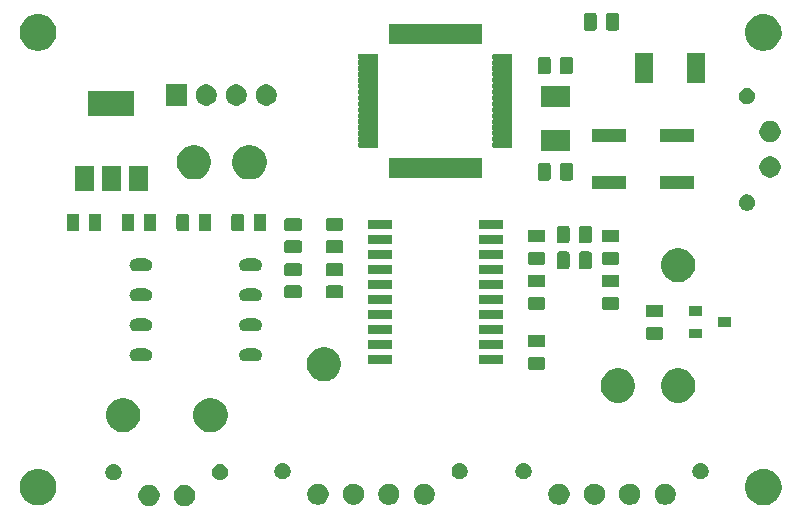
<source format=gbr>
G04 #@! TF.GenerationSoftware,KiCad,Pcbnew,(5.1.5)-3*
G04 #@! TF.CreationDate,2021-01-10T15:50:35-06:00*
G04 #@! TF.ProjectId,Power-SupplementalMonitoringPCB,506f7765-722d-4537-9570-706c656d656e,rev?*
G04 #@! TF.SameCoordinates,Original*
G04 #@! TF.FileFunction,Soldermask,Top*
G04 #@! TF.FilePolarity,Negative*
%FSLAX46Y46*%
G04 Gerber Fmt 4.6, Leading zero omitted, Abs format (unit mm)*
G04 Created by KiCad (PCBNEW (5.1.5)-3) date 2021-01-10 15:50:35*
%MOMM*%
%LPD*%
G04 APERTURE LIST*
%ADD10C,0.100000*%
G04 APERTURE END LIST*
D10*
G36*
X109501531Y-110801544D02*
G01*
X109662812Y-110833624D01*
X109826784Y-110901544D01*
X109974354Y-111000147D01*
X110099853Y-111125646D01*
X110198456Y-111273216D01*
X110266376Y-111437188D01*
X110301000Y-111611259D01*
X110301000Y-111788741D01*
X110266376Y-111962812D01*
X110198456Y-112126784D01*
X110099853Y-112274354D01*
X109974354Y-112399853D01*
X109826784Y-112498456D01*
X109662812Y-112566376D01*
X109513512Y-112596073D01*
X109488742Y-112601000D01*
X109311258Y-112601000D01*
X109286488Y-112596073D01*
X109137188Y-112566376D01*
X108973216Y-112498456D01*
X108825646Y-112399853D01*
X108700147Y-112274354D01*
X108601544Y-112126784D01*
X108533624Y-111962812D01*
X108499000Y-111788741D01*
X108499000Y-111611259D01*
X108533624Y-111437188D01*
X108601544Y-111273216D01*
X108700147Y-111125646D01*
X108825646Y-111000147D01*
X108973216Y-110901544D01*
X109137188Y-110833624D01*
X109298469Y-110801544D01*
X109311258Y-110799000D01*
X109488742Y-110799000D01*
X109501531Y-110801544D01*
G37*
G36*
X106501531Y-110801544D02*
G01*
X106662812Y-110833624D01*
X106826784Y-110901544D01*
X106974354Y-111000147D01*
X107099853Y-111125646D01*
X107198456Y-111273216D01*
X107266376Y-111437188D01*
X107301000Y-111611259D01*
X107301000Y-111788741D01*
X107266376Y-111962812D01*
X107198456Y-112126784D01*
X107099853Y-112274354D01*
X106974354Y-112399853D01*
X106826784Y-112498456D01*
X106662812Y-112566376D01*
X106513512Y-112596073D01*
X106488742Y-112601000D01*
X106311258Y-112601000D01*
X106286488Y-112596073D01*
X106137188Y-112566376D01*
X105973216Y-112498456D01*
X105825646Y-112399853D01*
X105700147Y-112274354D01*
X105601544Y-112126784D01*
X105533624Y-111962812D01*
X105499000Y-111788741D01*
X105499000Y-111611259D01*
X105533624Y-111437188D01*
X105601544Y-111273216D01*
X105700147Y-111125646D01*
X105825646Y-111000147D01*
X105973216Y-110901544D01*
X106137188Y-110833624D01*
X106298469Y-110801544D01*
X106311258Y-110799000D01*
X106488742Y-110799000D01*
X106501531Y-110801544D01*
G37*
G36*
X158702585Y-109478802D02*
G01*
X158852410Y-109508604D01*
X159134674Y-109625521D01*
X159388705Y-109795259D01*
X159604741Y-110011295D01*
X159774479Y-110265326D01*
X159891396Y-110547590D01*
X159891396Y-110547591D01*
X159941405Y-110799000D01*
X159951000Y-110847240D01*
X159951000Y-111152760D01*
X159891396Y-111452410D01*
X159774479Y-111734674D01*
X159604741Y-111988705D01*
X159388705Y-112204741D01*
X159134674Y-112374479D01*
X158852410Y-112491396D01*
X158804127Y-112501000D01*
X158552761Y-112551000D01*
X158247239Y-112551000D01*
X157995873Y-112501000D01*
X157947590Y-112491396D01*
X157665326Y-112374479D01*
X157411295Y-112204741D01*
X157195259Y-111988705D01*
X157025521Y-111734674D01*
X156908604Y-111452410D01*
X156849000Y-111152760D01*
X156849000Y-110847240D01*
X156858596Y-110799000D01*
X156908604Y-110547591D01*
X156908604Y-110547590D01*
X157025521Y-110265326D01*
X157195259Y-110011295D01*
X157411295Y-109795259D01*
X157665326Y-109625521D01*
X157947590Y-109508604D01*
X158097415Y-109478802D01*
X158247239Y-109449000D01*
X158552761Y-109449000D01*
X158702585Y-109478802D01*
G37*
G36*
X97302585Y-109478802D02*
G01*
X97452410Y-109508604D01*
X97734674Y-109625521D01*
X97988705Y-109795259D01*
X98204741Y-110011295D01*
X98374479Y-110265326D01*
X98491396Y-110547590D01*
X98491396Y-110547591D01*
X98541405Y-110799000D01*
X98551000Y-110847240D01*
X98551000Y-111152760D01*
X98491396Y-111452410D01*
X98374479Y-111734674D01*
X98204741Y-111988705D01*
X97988705Y-112204741D01*
X97734674Y-112374479D01*
X97452410Y-112491396D01*
X97404127Y-112501000D01*
X97152761Y-112551000D01*
X96847239Y-112551000D01*
X96595873Y-112501000D01*
X96547590Y-112491396D01*
X96265326Y-112374479D01*
X96011295Y-112204741D01*
X95795259Y-111988705D01*
X95625521Y-111734674D01*
X95508604Y-111452410D01*
X95449000Y-111152760D01*
X95449000Y-110847240D01*
X95458596Y-110799000D01*
X95508604Y-110547591D01*
X95508604Y-110547590D01*
X95625521Y-110265326D01*
X95795259Y-110011295D01*
X96011295Y-109795259D01*
X96265326Y-109625521D01*
X96547590Y-109508604D01*
X96697415Y-109478802D01*
X96847239Y-109449000D01*
X97152761Y-109449000D01*
X97302585Y-109478802D01*
G37*
G36*
X129813512Y-110703927D02*
G01*
X129962812Y-110733624D01*
X130126784Y-110801544D01*
X130274354Y-110900147D01*
X130399853Y-111025646D01*
X130498456Y-111173216D01*
X130566376Y-111337188D01*
X130601000Y-111511259D01*
X130601000Y-111688741D01*
X130566376Y-111862812D01*
X130498456Y-112026784D01*
X130399853Y-112174354D01*
X130274354Y-112299853D01*
X130126784Y-112398456D01*
X129962812Y-112466376D01*
X129813512Y-112496073D01*
X129788742Y-112501000D01*
X129611258Y-112501000D01*
X129586488Y-112496073D01*
X129437188Y-112466376D01*
X129273216Y-112398456D01*
X129125646Y-112299853D01*
X129000147Y-112174354D01*
X128901544Y-112026784D01*
X128833624Y-111862812D01*
X128799000Y-111688741D01*
X128799000Y-111511259D01*
X128833624Y-111337188D01*
X128901544Y-111173216D01*
X129000147Y-111025646D01*
X129125646Y-110900147D01*
X129273216Y-110801544D01*
X129437188Y-110733624D01*
X129586488Y-110703927D01*
X129611258Y-110699000D01*
X129788742Y-110699000D01*
X129813512Y-110703927D01*
G37*
G36*
X147213512Y-110703927D02*
G01*
X147362812Y-110733624D01*
X147526784Y-110801544D01*
X147674354Y-110900147D01*
X147799853Y-111025646D01*
X147898456Y-111173216D01*
X147966376Y-111337188D01*
X148001000Y-111511259D01*
X148001000Y-111688741D01*
X147966376Y-111862812D01*
X147898456Y-112026784D01*
X147799853Y-112174354D01*
X147674354Y-112299853D01*
X147526784Y-112398456D01*
X147362812Y-112466376D01*
X147213512Y-112496073D01*
X147188742Y-112501000D01*
X147011258Y-112501000D01*
X146986488Y-112496073D01*
X146837188Y-112466376D01*
X146673216Y-112398456D01*
X146525646Y-112299853D01*
X146400147Y-112174354D01*
X146301544Y-112026784D01*
X146233624Y-111862812D01*
X146199000Y-111688741D01*
X146199000Y-111511259D01*
X146233624Y-111337188D01*
X146301544Y-111173216D01*
X146400147Y-111025646D01*
X146525646Y-110900147D01*
X146673216Y-110801544D01*
X146837188Y-110733624D01*
X146986488Y-110703927D01*
X147011258Y-110699000D01*
X147188742Y-110699000D01*
X147213512Y-110703927D01*
G37*
G36*
X141213512Y-110703927D02*
G01*
X141362812Y-110733624D01*
X141526784Y-110801544D01*
X141674354Y-110900147D01*
X141799853Y-111025646D01*
X141898456Y-111173216D01*
X141966376Y-111337188D01*
X142001000Y-111511259D01*
X142001000Y-111688741D01*
X141966376Y-111862812D01*
X141898456Y-112026784D01*
X141799853Y-112174354D01*
X141674354Y-112299853D01*
X141526784Y-112398456D01*
X141362812Y-112466376D01*
X141213512Y-112496073D01*
X141188742Y-112501000D01*
X141011258Y-112501000D01*
X140986488Y-112496073D01*
X140837188Y-112466376D01*
X140673216Y-112398456D01*
X140525646Y-112299853D01*
X140400147Y-112174354D01*
X140301544Y-112026784D01*
X140233624Y-111862812D01*
X140199000Y-111688741D01*
X140199000Y-111511259D01*
X140233624Y-111337188D01*
X140301544Y-111173216D01*
X140400147Y-111025646D01*
X140525646Y-110900147D01*
X140673216Y-110801544D01*
X140837188Y-110733624D01*
X140986488Y-110703927D01*
X141011258Y-110699000D01*
X141188742Y-110699000D01*
X141213512Y-110703927D01*
G37*
G36*
X144213512Y-110703927D02*
G01*
X144362812Y-110733624D01*
X144526784Y-110801544D01*
X144674354Y-110900147D01*
X144799853Y-111025646D01*
X144898456Y-111173216D01*
X144966376Y-111337188D01*
X145001000Y-111511259D01*
X145001000Y-111688741D01*
X144966376Y-111862812D01*
X144898456Y-112026784D01*
X144799853Y-112174354D01*
X144674354Y-112299853D01*
X144526784Y-112398456D01*
X144362812Y-112466376D01*
X144213512Y-112496073D01*
X144188742Y-112501000D01*
X144011258Y-112501000D01*
X143986488Y-112496073D01*
X143837188Y-112466376D01*
X143673216Y-112398456D01*
X143525646Y-112299853D01*
X143400147Y-112174354D01*
X143301544Y-112026784D01*
X143233624Y-111862812D01*
X143199000Y-111688741D01*
X143199000Y-111511259D01*
X143233624Y-111337188D01*
X143301544Y-111173216D01*
X143400147Y-111025646D01*
X143525646Y-110900147D01*
X143673216Y-110801544D01*
X143837188Y-110733624D01*
X143986488Y-110703927D01*
X144011258Y-110699000D01*
X144188742Y-110699000D01*
X144213512Y-110703927D01*
G37*
G36*
X150213512Y-110703927D02*
G01*
X150362812Y-110733624D01*
X150526784Y-110801544D01*
X150674354Y-110900147D01*
X150799853Y-111025646D01*
X150898456Y-111173216D01*
X150966376Y-111337188D01*
X151001000Y-111511259D01*
X151001000Y-111688741D01*
X150966376Y-111862812D01*
X150898456Y-112026784D01*
X150799853Y-112174354D01*
X150674354Y-112299853D01*
X150526784Y-112398456D01*
X150362812Y-112466376D01*
X150213512Y-112496073D01*
X150188742Y-112501000D01*
X150011258Y-112501000D01*
X149986488Y-112496073D01*
X149837188Y-112466376D01*
X149673216Y-112398456D01*
X149525646Y-112299853D01*
X149400147Y-112174354D01*
X149301544Y-112026784D01*
X149233624Y-111862812D01*
X149199000Y-111688741D01*
X149199000Y-111511259D01*
X149233624Y-111337188D01*
X149301544Y-111173216D01*
X149400147Y-111025646D01*
X149525646Y-110900147D01*
X149673216Y-110801544D01*
X149837188Y-110733624D01*
X149986488Y-110703927D01*
X150011258Y-110699000D01*
X150188742Y-110699000D01*
X150213512Y-110703927D01*
G37*
G36*
X126813512Y-110703927D02*
G01*
X126962812Y-110733624D01*
X127126784Y-110801544D01*
X127274354Y-110900147D01*
X127399853Y-111025646D01*
X127498456Y-111173216D01*
X127566376Y-111337188D01*
X127601000Y-111511259D01*
X127601000Y-111688741D01*
X127566376Y-111862812D01*
X127498456Y-112026784D01*
X127399853Y-112174354D01*
X127274354Y-112299853D01*
X127126784Y-112398456D01*
X126962812Y-112466376D01*
X126813512Y-112496073D01*
X126788742Y-112501000D01*
X126611258Y-112501000D01*
X126586488Y-112496073D01*
X126437188Y-112466376D01*
X126273216Y-112398456D01*
X126125646Y-112299853D01*
X126000147Y-112174354D01*
X125901544Y-112026784D01*
X125833624Y-111862812D01*
X125799000Y-111688741D01*
X125799000Y-111511259D01*
X125833624Y-111337188D01*
X125901544Y-111173216D01*
X126000147Y-111025646D01*
X126125646Y-110900147D01*
X126273216Y-110801544D01*
X126437188Y-110733624D01*
X126586488Y-110703927D01*
X126611258Y-110699000D01*
X126788742Y-110699000D01*
X126813512Y-110703927D01*
G37*
G36*
X123813512Y-110703927D02*
G01*
X123962812Y-110733624D01*
X124126784Y-110801544D01*
X124274354Y-110900147D01*
X124399853Y-111025646D01*
X124498456Y-111173216D01*
X124566376Y-111337188D01*
X124601000Y-111511259D01*
X124601000Y-111688741D01*
X124566376Y-111862812D01*
X124498456Y-112026784D01*
X124399853Y-112174354D01*
X124274354Y-112299853D01*
X124126784Y-112398456D01*
X123962812Y-112466376D01*
X123813512Y-112496073D01*
X123788742Y-112501000D01*
X123611258Y-112501000D01*
X123586488Y-112496073D01*
X123437188Y-112466376D01*
X123273216Y-112398456D01*
X123125646Y-112299853D01*
X123000147Y-112174354D01*
X122901544Y-112026784D01*
X122833624Y-111862812D01*
X122799000Y-111688741D01*
X122799000Y-111511259D01*
X122833624Y-111337188D01*
X122901544Y-111173216D01*
X123000147Y-111025646D01*
X123125646Y-110900147D01*
X123273216Y-110801544D01*
X123437188Y-110733624D01*
X123586488Y-110703927D01*
X123611258Y-110699000D01*
X123788742Y-110699000D01*
X123813512Y-110703927D01*
G37*
G36*
X120813512Y-110703927D02*
G01*
X120962812Y-110733624D01*
X121126784Y-110801544D01*
X121274354Y-110900147D01*
X121399853Y-111025646D01*
X121498456Y-111173216D01*
X121566376Y-111337188D01*
X121601000Y-111511259D01*
X121601000Y-111688741D01*
X121566376Y-111862812D01*
X121498456Y-112026784D01*
X121399853Y-112174354D01*
X121274354Y-112299853D01*
X121126784Y-112398456D01*
X120962812Y-112466376D01*
X120813512Y-112496073D01*
X120788742Y-112501000D01*
X120611258Y-112501000D01*
X120586488Y-112496073D01*
X120437188Y-112466376D01*
X120273216Y-112398456D01*
X120125646Y-112299853D01*
X120000147Y-112174354D01*
X119901544Y-112026784D01*
X119833624Y-111862812D01*
X119799000Y-111688741D01*
X119799000Y-111511259D01*
X119833624Y-111337188D01*
X119901544Y-111173216D01*
X120000147Y-111025646D01*
X120125646Y-110900147D01*
X120273216Y-110801544D01*
X120437188Y-110733624D01*
X120586488Y-110703927D01*
X120611258Y-110699000D01*
X120788742Y-110699000D01*
X120813512Y-110703927D01*
G37*
G36*
X103600098Y-109080362D02*
G01*
X103724941Y-109132074D01*
X103724943Y-109132075D01*
X103830642Y-109202701D01*
X103837299Y-109207149D01*
X103932851Y-109302701D01*
X104007926Y-109415059D01*
X104059638Y-109539902D01*
X104086000Y-109672434D01*
X104086000Y-109807566D01*
X104059638Y-109940098D01*
X104007926Y-110064941D01*
X104007925Y-110064943D01*
X103932851Y-110177299D01*
X103837299Y-110272851D01*
X103724943Y-110347925D01*
X103724942Y-110347926D01*
X103724941Y-110347926D01*
X103600098Y-110399638D01*
X103467566Y-110426000D01*
X103332434Y-110426000D01*
X103199902Y-110399638D01*
X103075059Y-110347926D01*
X103075058Y-110347926D01*
X103075057Y-110347925D01*
X102962701Y-110272851D01*
X102867149Y-110177299D01*
X102792075Y-110064943D01*
X102792074Y-110064941D01*
X102740362Y-109940098D01*
X102714000Y-109807566D01*
X102714000Y-109672434D01*
X102740362Y-109539902D01*
X102792074Y-109415059D01*
X102867149Y-109302701D01*
X102962701Y-109207149D01*
X102969358Y-109202701D01*
X103075057Y-109132075D01*
X103075059Y-109132074D01*
X103199902Y-109080362D01*
X103332434Y-109054000D01*
X103467566Y-109054000D01*
X103600098Y-109080362D01*
G37*
G36*
X112600098Y-109080362D02*
G01*
X112724941Y-109132074D01*
X112724943Y-109132075D01*
X112830642Y-109202701D01*
X112837299Y-109207149D01*
X112932851Y-109302701D01*
X113007926Y-109415059D01*
X113059638Y-109539902D01*
X113086000Y-109672434D01*
X113086000Y-109807566D01*
X113059638Y-109940098D01*
X113007926Y-110064941D01*
X113007925Y-110064943D01*
X112932851Y-110177299D01*
X112837299Y-110272851D01*
X112724943Y-110347925D01*
X112724942Y-110347926D01*
X112724941Y-110347926D01*
X112600098Y-110399638D01*
X112467566Y-110426000D01*
X112332434Y-110426000D01*
X112199902Y-110399638D01*
X112075059Y-110347926D01*
X112075058Y-110347926D01*
X112075057Y-110347925D01*
X111962701Y-110272851D01*
X111867149Y-110177299D01*
X111792075Y-110064943D01*
X111792074Y-110064941D01*
X111740362Y-109940098D01*
X111714000Y-109807566D01*
X111714000Y-109672434D01*
X111740362Y-109539902D01*
X111792074Y-109415059D01*
X111867149Y-109302701D01*
X111962701Y-109207149D01*
X111969358Y-109202701D01*
X112075057Y-109132075D01*
X112075059Y-109132074D01*
X112199902Y-109080362D01*
X112332434Y-109054000D01*
X112467566Y-109054000D01*
X112600098Y-109080362D01*
G37*
G36*
X153300098Y-108980362D02*
G01*
X153424941Y-109032074D01*
X153424943Y-109032075D01*
X153457756Y-109054000D01*
X153537299Y-109107149D01*
X153632851Y-109202701D01*
X153707926Y-109315059D01*
X153759638Y-109439902D01*
X153786000Y-109572434D01*
X153786000Y-109707566D01*
X153759638Y-109840098D01*
X153718216Y-109940098D01*
X153707925Y-109964943D01*
X153632851Y-110077299D01*
X153537299Y-110172851D01*
X153424943Y-110247925D01*
X153424942Y-110247926D01*
X153424941Y-110247926D01*
X153300098Y-110299638D01*
X153167566Y-110326000D01*
X153032434Y-110326000D01*
X152899902Y-110299638D01*
X152775059Y-110247926D01*
X152775058Y-110247926D01*
X152775057Y-110247925D01*
X152662701Y-110172851D01*
X152567149Y-110077299D01*
X152492075Y-109964943D01*
X152481784Y-109940098D01*
X152440362Y-109840098D01*
X152414000Y-109707566D01*
X152414000Y-109572434D01*
X152440362Y-109439902D01*
X152492074Y-109315059D01*
X152567149Y-109202701D01*
X152662701Y-109107149D01*
X152742244Y-109054000D01*
X152775057Y-109032075D01*
X152775059Y-109032074D01*
X152899902Y-108980362D01*
X153032434Y-108954000D01*
X153167566Y-108954000D01*
X153300098Y-108980362D01*
G37*
G36*
X117900098Y-108980362D02*
G01*
X118024941Y-109032074D01*
X118024943Y-109032075D01*
X118057756Y-109054000D01*
X118137299Y-109107149D01*
X118232851Y-109202701D01*
X118307926Y-109315059D01*
X118359638Y-109439902D01*
X118386000Y-109572434D01*
X118386000Y-109707566D01*
X118359638Y-109840098D01*
X118318216Y-109940098D01*
X118307925Y-109964943D01*
X118232851Y-110077299D01*
X118137299Y-110172851D01*
X118024943Y-110247925D01*
X118024942Y-110247926D01*
X118024941Y-110247926D01*
X117900098Y-110299638D01*
X117767566Y-110326000D01*
X117632434Y-110326000D01*
X117499902Y-110299638D01*
X117375059Y-110247926D01*
X117375058Y-110247926D01*
X117375057Y-110247925D01*
X117262701Y-110172851D01*
X117167149Y-110077299D01*
X117092075Y-109964943D01*
X117081784Y-109940098D01*
X117040362Y-109840098D01*
X117014000Y-109707566D01*
X117014000Y-109572434D01*
X117040362Y-109439902D01*
X117092074Y-109315059D01*
X117167149Y-109202701D01*
X117262701Y-109107149D01*
X117342244Y-109054000D01*
X117375057Y-109032075D01*
X117375059Y-109032074D01*
X117499902Y-108980362D01*
X117632434Y-108954000D01*
X117767566Y-108954000D01*
X117900098Y-108980362D01*
G37*
G36*
X138300098Y-108980362D02*
G01*
X138424941Y-109032074D01*
X138424943Y-109032075D01*
X138457756Y-109054000D01*
X138537299Y-109107149D01*
X138632851Y-109202701D01*
X138707926Y-109315059D01*
X138759638Y-109439902D01*
X138786000Y-109572434D01*
X138786000Y-109707566D01*
X138759638Y-109840098D01*
X138718216Y-109940098D01*
X138707925Y-109964943D01*
X138632851Y-110077299D01*
X138537299Y-110172851D01*
X138424943Y-110247925D01*
X138424942Y-110247926D01*
X138424941Y-110247926D01*
X138300098Y-110299638D01*
X138167566Y-110326000D01*
X138032434Y-110326000D01*
X137899902Y-110299638D01*
X137775059Y-110247926D01*
X137775058Y-110247926D01*
X137775057Y-110247925D01*
X137662701Y-110172851D01*
X137567149Y-110077299D01*
X137492075Y-109964943D01*
X137481784Y-109940098D01*
X137440362Y-109840098D01*
X137414000Y-109707566D01*
X137414000Y-109572434D01*
X137440362Y-109439902D01*
X137492074Y-109315059D01*
X137567149Y-109202701D01*
X137662701Y-109107149D01*
X137742244Y-109054000D01*
X137775057Y-109032075D01*
X137775059Y-109032074D01*
X137899902Y-108980362D01*
X138032434Y-108954000D01*
X138167566Y-108954000D01*
X138300098Y-108980362D01*
G37*
G36*
X132900098Y-108980362D02*
G01*
X133024941Y-109032074D01*
X133024943Y-109032075D01*
X133057756Y-109054000D01*
X133137299Y-109107149D01*
X133232851Y-109202701D01*
X133307926Y-109315059D01*
X133359638Y-109439902D01*
X133386000Y-109572434D01*
X133386000Y-109707566D01*
X133359638Y-109840098D01*
X133318216Y-109940098D01*
X133307925Y-109964943D01*
X133232851Y-110077299D01*
X133137299Y-110172851D01*
X133024943Y-110247925D01*
X133024942Y-110247926D01*
X133024941Y-110247926D01*
X132900098Y-110299638D01*
X132767566Y-110326000D01*
X132632434Y-110326000D01*
X132499902Y-110299638D01*
X132375059Y-110247926D01*
X132375058Y-110247926D01*
X132375057Y-110247925D01*
X132262701Y-110172851D01*
X132167149Y-110077299D01*
X132092075Y-109964943D01*
X132081784Y-109940098D01*
X132040362Y-109840098D01*
X132014000Y-109707566D01*
X132014000Y-109572434D01*
X132040362Y-109439902D01*
X132092074Y-109315059D01*
X132167149Y-109202701D01*
X132262701Y-109107149D01*
X132342244Y-109054000D01*
X132375057Y-109032075D01*
X132375059Y-109032074D01*
X132499902Y-108980362D01*
X132632434Y-108954000D01*
X132767566Y-108954000D01*
X132900098Y-108980362D01*
G37*
G36*
X104623241Y-103504760D02*
G01*
X104887305Y-103614139D01*
X105124958Y-103772934D01*
X105327066Y-103975042D01*
X105485861Y-104212695D01*
X105595240Y-104476759D01*
X105651000Y-104757088D01*
X105651000Y-105042912D01*
X105595240Y-105323241D01*
X105485861Y-105587305D01*
X105327066Y-105824958D01*
X105124958Y-106027066D01*
X104887305Y-106185861D01*
X104623241Y-106295240D01*
X104342912Y-106351000D01*
X104057088Y-106351000D01*
X103776759Y-106295240D01*
X103512695Y-106185861D01*
X103275042Y-106027066D01*
X103072934Y-105824958D01*
X102914139Y-105587305D01*
X102804760Y-105323241D01*
X102749000Y-105042912D01*
X102749000Y-104757088D01*
X102804760Y-104476759D01*
X102914139Y-104212695D01*
X103072934Y-103975042D01*
X103275042Y-103772934D01*
X103512695Y-103614139D01*
X103776759Y-103504760D01*
X104057088Y-103449000D01*
X104342912Y-103449000D01*
X104623241Y-103504760D01*
G37*
G36*
X112023241Y-103504760D02*
G01*
X112287305Y-103614139D01*
X112524958Y-103772934D01*
X112727066Y-103975042D01*
X112885861Y-104212695D01*
X112995240Y-104476759D01*
X113051000Y-104757088D01*
X113051000Y-105042912D01*
X112995240Y-105323241D01*
X112885861Y-105587305D01*
X112727066Y-105824958D01*
X112524958Y-106027066D01*
X112287305Y-106185861D01*
X112023241Y-106295240D01*
X111742912Y-106351000D01*
X111457088Y-106351000D01*
X111176759Y-106295240D01*
X110912695Y-106185861D01*
X110675042Y-106027066D01*
X110472934Y-105824958D01*
X110314139Y-105587305D01*
X110204760Y-105323241D01*
X110149000Y-105042912D01*
X110149000Y-104757088D01*
X110204760Y-104476759D01*
X110314139Y-104212695D01*
X110472934Y-103975042D01*
X110675042Y-103772934D01*
X110912695Y-103614139D01*
X111176759Y-103504760D01*
X111457088Y-103449000D01*
X111742912Y-103449000D01*
X112023241Y-103504760D01*
G37*
G36*
X146523241Y-101004760D02*
G01*
X146787305Y-101114139D01*
X147024958Y-101272934D01*
X147227066Y-101475042D01*
X147385861Y-101712695D01*
X147495240Y-101976759D01*
X147551000Y-102257088D01*
X147551000Y-102542912D01*
X147495240Y-102823241D01*
X147385861Y-103087305D01*
X147227066Y-103324958D01*
X147024958Y-103527066D01*
X146787305Y-103685861D01*
X146523241Y-103795240D01*
X146242912Y-103851000D01*
X145957088Y-103851000D01*
X145676759Y-103795240D01*
X145412695Y-103685861D01*
X145175042Y-103527066D01*
X144972934Y-103324958D01*
X144814139Y-103087305D01*
X144704760Y-102823241D01*
X144649000Y-102542912D01*
X144649000Y-102257088D01*
X144704760Y-101976759D01*
X144814139Y-101712695D01*
X144972934Y-101475042D01*
X145175042Y-101272934D01*
X145412695Y-101114139D01*
X145676759Y-101004760D01*
X145957088Y-100949000D01*
X146242912Y-100949000D01*
X146523241Y-101004760D01*
G37*
G36*
X151623241Y-101004760D02*
G01*
X151887305Y-101114139D01*
X152124958Y-101272934D01*
X152327066Y-101475042D01*
X152485861Y-101712695D01*
X152595240Y-101976759D01*
X152651000Y-102257088D01*
X152651000Y-102542912D01*
X152595240Y-102823241D01*
X152485861Y-103087305D01*
X152327066Y-103324958D01*
X152124958Y-103527066D01*
X151887305Y-103685861D01*
X151623241Y-103795240D01*
X151342912Y-103851000D01*
X151057088Y-103851000D01*
X150776759Y-103795240D01*
X150512695Y-103685861D01*
X150275042Y-103527066D01*
X150072934Y-103324958D01*
X149914139Y-103087305D01*
X149804760Y-102823241D01*
X149749000Y-102542912D01*
X149749000Y-102257088D01*
X149804760Y-101976759D01*
X149914139Y-101712695D01*
X150072934Y-101475042D01*
X150275042Y-101272934D01*
X150512695Y-101114139D01*
X150776759Y-101004760D01*
X151057088Y-100949000D01*
X151342912Y-100949000D01*
X151623241Y-101004760D01*
G37*
G36*
X121623241Y-99204760D02*
G01*
X121887305Y-99314139D01*
X122124958Y-99472934D01*
X122327066Y-99675042D01*
X122485861Y-99912695D01*
X122595240Y-100176759D01*
X122651000Y-100457088D01*
X122651000Y-100742912D01*
X122595240Y-101023241D01*
X122485861Y-101287305D01*
X122327066Y-101524958D01*
X122124958Y-101727066D01*
X121887305Y-101885861D01*
X121623241Y-101995240D01*
X121342912Y-102051000D01*
X121057088Y-102051000D01*
X120776759Y-101995240D01*
X120512695Y-101885861D01*
X120275042Y-101727066D01*
X120072934Y-101524958D01*
X119914139Y-101287305D01*
X119804760Y-101023241D01*
X119749000Y-100742912D01*
X119749000Y-100457088D01*
X119804760Y-100176759D01*
X119914139Y-99912695D01*
X120072934Y-99675042D01*
X120275042Y-99472934D01*
X120512695Y-99314139D01*
X120776759Y-99204760D01*
X121057088Y-99149000D01*
X121342912Y-99149000D01*
X121623241Y-99204760D01*
G37*
G36*
X139784468Y-99973565D02*
G01*
X139823138Y-99985296D01*
X139858777Y-100004346D01*
X139890017Y-100029983D01*
X139915654Y-100061223D01*
X139934704Y-100096862D01*
X139946435Y-100135532D01*
X139951000Y-100181888D01*
X139951000Y-100833112D01*
X139946435Y-100879468D01*
X139934704Y-100918138D01*
X139915654Y-100953777D01*
X139890017Y-100985017D01*
X139858777Y-101010654D01*
X139823138Y-101029704D01*
X139784468Y-101041435D01*
X139738112Y-101046000D01*
X138661888Y-101046000D01*
X138615532Y-101041435D01*
X138576862Y-101029704D01*
X138541223Y-101010654D01*
X138509983Y-100985017D01*
X138484346Y-100953777D01*
X138465296Y-100918138D01*
X138453565Y-100879468D01*
X138449000Y-100833112D01*
X138449000Y-100181888D01*
X138453565Y-100135532D01*
X138465296Y-100096862D01*
X138484346Y-100061223D01*
X138509983Y-100029983D01*
X138541223Y-100004346D01*
X138576862Y-99985296D01*
X138615532Y-99973565D01*
X138661888Y-99969000D01*
X139738112Y-99969000D01*
X139784468Y-99973565D01*
G37*
G36*
X126956000Y-100556000D02*
G01*
X124904000Y-100556000D01*
X124904000Y-99854000D01*
X126956000Y-99854000D01*
X126956000Y-100556000D01*
G37*
G36*
X136356000Y-100556000D02*
G01*
X134304000Y-100556000D01*
X134304000Y-99854000D01*
X136356000Y-99854000D01*
X136356000Y-100556000D01*
G37*
G36*
X115508015Y-99266973D02*
G01*
X115611879Y-99298479D01*
X115639055Y-99313005D01*
X115707600Y-99349643D01*
X115791501Y-99418499D01*
X115860357Y-99502400D01*
X115896995Y-99570945D01*
X115911521Y-99598121D01*
X115943027Y-99701985D01*
X115953666Y-99810000D01*
X115943027Y-99918015D01*
X115911521Y-100021879D01*
X115911519Y-100021882D01*
X115860357Y-100117600D01*
X115791501Y-100201501D01*
X115707600Y-100270357D01*
X115639055Y-100306995D01*
X115611879Y-100321521D01*
X115508015Y-100353027D01*
X115427067Y-100361000D01*
X114572933Y-100361000D01*
X114491985Y-100353027D01*
X114388121Y-100321521D01*
X114360945Y-100306995D01*
X114292400Y-100270357D01*
X114208499Y-100201501D01*
X114139643Y-100117600D01*
X114088481Y-100021882D01*
X114088479Y-100021879D01*
X114056973Y-99918015D01*
X114046334Y-99810000D01*
X114056973Y-99701985D01*
X114088479Y-99598121D01*
X114103005Y-99570945D01*
X114139643Y-99502400D01*
X114208499Y-99418499D01*
X114292400Y-99349643D01*
X114360945Y-99313005D01*
X114388121Y-99298479D01*
X114491985Y-99266973D01*
X114572933Y-99259000D01*
X115427067Y-99259000D01*
X115508015Y-99266973D01*
G37*
G36*
X106208015Y-99266973D02*
G01*
X106311879Y-99298479D01*
X106339055Y-99313005D01*
X106407600Y-99349643D01*
X106491501Y-99418499D01*
X106560357Y-99502400D01*
X106596995Y-99570945D01*
X106611521Y-99598121D01*
X106643027Y-99701985D01*
X106653666Y-99810000D01*
X106643027Y-99918015D01*
X106611521Y-100021879D01*
X106611519Y-100021882D01*
X106560357Y-100117600D01*
X106491501Y-100201501D01*
X106407600Y-100270357D01*
X106339055Y-100306995D01*
X106311879Y-100321521D01*
X106208015Y-100353027D01*
X106127067Y-100361000D01*
X105272933Y-100361000D01*
X105191985Y-100353027D01*
X105088121Y-100321521D01*
X105060945Y-100306995D01*
X104992400Y-100270357D01*
X104908499Y-100201501D01*
X104839643Y-100117600D01*
X104788481Y-100021882D01*
X104788479Y-100021879D01*
X104756973Y-99918015D01*
X104746334Y-99810000D01*
X104756973Y-99701985D01*
X104788479Y-99598121D01*
X104803005Y-99570945D01*
X104839643Y-99502400D01*
X104908499Y-99418499D01*
X104992400Y-99349643D01*
X105060945Y-99313005D01*
X105088121Y-99298479D01*
X105191985Y-99266973D01*
X105272933Y-99259000D01*
X106127067Y-99259000D01*
X106208015Y-99266973D01*
G37*
G36*
X126956000Y-99286000D02*
G01*
X124904000Y-99286000D01*
X124904000Y-98584000D01*
X126956000Y-98584000D01*
X126956000Y-99286000D01*
G37*
G36*
X136356000Y-99286000D02*
G01*
X134304000Y-99286000D01*
X134304000Y-98584000D01*
X136356000Y-98584000D01*
X136356000Y-99286000D01*
G37*
G36*
X139784468Y-98098565D02*
G01*
X139823138Y-98110296D01*
X139858777Y-98129346D01*
X139890017Y-98154983D01*
X139915654Y-98186223D01*
X139934704Y-98221862D01*
X139946435Y-98260532D01*
X139951000Y-98306888D01*
X139951000Y-98958112D01*
X139946435Y-99004468D01*
X139934704Y-99043138D01*
X139915654Y-99078777D01*
X139890017Y-99110017D01*
X139858777Y-99135654D01*
X139823138Y-99154704D01*
X139784468Y-99166435D01*
X139738112Y-99171000D01*
X138661888Y-99171000D01*
X138615532Y-99166435D01*
X138576862Y-99154704D01*
X138541223Y-99135654D01*
X138509983Y-99110017D01*
X138484346Y-99078777D01*
X138465296Y-99043138D01*
X138453565Y-99004468D01*
X138449000Y-98958112D01*
X138449000Y-98306888D01*
X138453565Y-98260532D01*
X138465296Y-98221862D01*
X138484346Y-98186223D01*
X138509983Y-98154983D01*
X138541223Y-98129346D01*
X138576862Y-98110296D01*
X138615532Y-98098565D01*
X138661888Y-98094000D01*
X139738112Y-98094000D01*
X139784468Y-98098565D01*
G37*
G36*
X149784468Y-97433565D02*
G01*
X149823138Y-97445296D01*
X149858777Y-97464346D01*
X149890017Y-97489983D01*
X149915654Y-97521223D01*
X149934704Y-97556862D01*
X149946435Y-97595532D01*
X149951000Y-97641888D01*
X149951000Y-98293112D01*
X149946435Y-98339468D01*
X149934704Y-98378138D01*
X149915654Y-98413777D01*
X149890017Y-98445017D01*
X149858777Y-98470654D01*
X149823138Y-98489704D01*
X149784468Y-98501435D01*
X149738112Y-98506000D01*
X148661888Y-98506000D01*
X148615532Y-98501435D01*
X148576862Y-98489704D01*
X148541223Y-98470654D01*
X148509983Y-98445017D01*
X148484346Y-98413777D01*
X148465296Y-98378138D01*
X148453565Y-98339468D01*
X148449000Y-98293112D01*
X148449000Y-97641888D01*
X148453565Y-97595532D01*
X148465296Y-97556862D01*
X148484346Y-97521223D01*
X148509983Y-97489983D01*
X148541223Y-97464346D01*
X148576862Y-97445296D01*
X148615532Y-97433565D01*
X148661888Y-97429000D01*
X149738112Y-97429000D01*
X149784468Y-97433565D01*
G37*
G36*
X153251000Y-98381000D02*
G01*
X152149000Y-98381000D01*
X152149000Y-97579000D01*
X153251000Y-97579000D01*
X153251000Y-98381000D01*
G37*
G36*
X126956000Y-98016000D02*
G01*
X124904000Y-98016000D01*
X124904000Y-97314000D01*
X126956000Y-97314000D01*
X126956000Y-98016000D01*
G37*
G36*
X136356000Y-98016000D02*
G01*
X134304000Y-98016000D01*
X134304000Y-97314000D01*
X136356000Y-97314000D01*
X136356000Y-98016000D01*
G37*
G36*
X115508015Y-96726973D02*
G01*
X115611879Y-96758479D01*
X115639055Y-96773005D01*
X115707600Y-96809643D01*
X115791501Y-96878499D01*
X115860357Y-96962400D01*
X115896995Y-97030945D01*
X115911521Y-97058121D01*
X115943027Y-97161985D01*
X115953666Y-97270000D01*
X115943027Y-97378015D01*
X115911521Y-97481879D01*
X115911519Y-97481882D01*
X115860357Y-97577600D01*
X115791501Y-97661501D01*
X115707600Y-97730357D01*
X115639055Y-97766995D01*
X115611879Y-97781521D01*
X115508015Y-97813027D01*
X115427067Y-97821000D01*
X114572933Y-97821000D01*
X114491985Y-97813027D01*
X114388121Y-97781521D01*
X114360945Y-97766995D01*
X114292400Y-97730357D01*
X114208499Y-97661501D01*
X114139643Y-97577600D01*
X114088481Y-97481882D01*
X114088479Y-97481879D01*
X114056973Y-97378015D01*
X114046334Y-97270000D01*
X114056973Y-97161985D01*
X114088479Y-97058121D01*
X114103005Y-97030945D01*
X114139643Y-96962400D01*
X114208499Y-96878499D01*
X114292400Y-96809643D01*
X114360945Y-96773005D01*
X114388121Y-96758479D01*
X114491985Y-96726973D01*
X114572933Y-96719000D01*
X115427067Y-96719000D01*
X115508015Y-96726973D01*
G37*
G36*
X106208015Y-96726973D02*
G01*
X106311879Y-96758479D01*
X106339055Y-96773005D01*
X106407600Y-96809643D01*
X106491501Y-96878499D01*
X106560357Y-96962400D01*
X106596995Y-97030945D01*
X106611521Y-97058121D01*
X106643027Y-97161985D01*
X106653666Y-97270000D01*
X106643027Y-97378015D01*
X106611521Y-97481879D01*
X106611519Y-97481882D01*
X106560357Y-97577600D01*
X106491501Y-97661501D01*
X106407600Y-97730357D01*
X106339055Y-97766995D01*
X106311879Y-97781521D01*
X106208015Y-97813027D01*
X106127067Y-97821000D01*
X105272933Y-97821000D01*
X105191985Y-97813027D01*
X105088121Y-97781521D01*
X105060945Y-97766995D01*
X104992400Y-97730357D01*
X104908499Y-97661501D01*
X104839643Y-97577600D01*
X104788481Y-97481882D01*
X104788479Y-97481879D01*
X104756973Y-97378015D01*
X104746334Y-97270000D01*
X104756973Y-97161985D01*
X104788479Y-97058121D01*
X104803005Y-97030945D01*
X104839643Y-96962400D01*
X104908499Y-96878499D01*
X104992400Y-96809643D01*
X105060945Y-96773005D01*
X105088121Y-96758479D01*
X105191985Y-96726973D01*
X105272933Y-96719000D01*
X106127067Y-96719000D01*
X106208015Y-96726973D01*
G37*
G36*
X155651000Y-97431000D02*
G01*
X154549000Y-97431000D01*
X154549000Y-96629000D01*
X155651000Y-96629000D01*
X155651000Y-97431000D01*
G37*
G36*
X136356000Y-96746000D02*
G01*
X134304000Y-96746000D01*
X134304000Y-96044000D01*
X136356000Y-96044000D01*
X136356000Y-96746000D01*
G37*
G36*
X126956000Y-96746000D02*
G01*
X124904000Y-96746000D01*
X124904000Y-96044000D01*
X126956000Y-96044000D01*
X126956000Y-96746000D01*
G37*
G36*
X149784468Y-95558565D02*
G01*
X149823138Y-95570296D01*
X149858777Y-95589346D01*
X149890017Y-95614983D01*
X149915654Y-95646223D01*
X149934704Y-95681862D01*
X149946435Y-95720532D01*
X149951000Y-95766888D01*
X149951000Y-96418112D01*
X149946435Y-96464468D01*
X149934704Y-96503138D01*
X149915654Y-96538777D01*
X149890017Y-96570017D01*
X149858777Y-96595654D01*
X149823138Y-96614704D01*
X149784468Y-96626435D01*
X149738112Y-96631000D01*
X148661888Y-96631000D01*
X148615532Y-96626435D01*
X148576862Y-96614704D01*
X148541223Y-96595654D01*
X148509983Y-96570017D01*
X148484346Y-96538777D01*
X148465296Y-96503138D01*
X148453565Y-96464468D01*
X148449000Y-96418112D01*
X148449000Y-95766888D01*
X148453565Y-95720532D01*
X148465296Y-95681862D01*
X148484346Y-95646223D01*
X148509983Y-95614983D01*
X148541223Y-95589346D01*
X148576862Y-95570296D01*
X148615532Y-95558565D01*
X148661888Y-95554000D01*
X149738112Y-95554000D01*
X149784468Y-95558565D01*
G37*
G36*
X153251000Y-96481000D02*
G01*
X152149000Y-96481000D01*
X152149000Y-95679000D01*
X153251000Y-95679000D01*
X153251000Y-96481000D01*
G37*
G36*
X146059468Y-94893565D02*
G01*
X146098138Y-94905296D01*
X146133777Y-94924346D01*
X146165017Y-94949983D01*
X146190654Y-94981223D01*
X146209704Y-95016862D01*
X146221435Y-95055532D01*
X146226000Y-95101888D01*
X146226000Y-95753112D01*
X146221435Y-95799468D01*
X146209704Y-95838138D01*
X146190654Y-95873777D01*
X146165017Y-95905017D01*
X146133777Y-95930654D01*
X146098138Y-95949704D01*
X146059468Y-95961435D01*
X146013112Y-95966000D01*
X144936888Y-95966000D01*
X144890532Y-95961435D01*
X144851862Y-95949704D01*
X144816223Y-95930654D01*
X144784983Y-95905017D01*
X144759346Y-95873777D01*
X144740296Y-95838138D01*
X144728565Y-95799468D01*
X144724000Y-95753112D01*
X144724000Y-95101888D01*
X144728565Y-95055532D01*
X144740296Y-95016862D01*
X144759346Y-94981223D01*
X144784983Y-94949983D01*
X144816223Y-94924346D01*
X144851862Y-94905296D01*
X144890532Y-94893565D01*
X144936888Y-94889000D01*
X146013112Y-94889000D01*
X146059468Y-94893565D01*
G37*
G36*
X139784468Y-94893565D02*
G01*
X139823138Y-94905296D01*
X139858777Y-94924346D01*
X139890017Y-94949983D01*
X139915654Y-94981223D01*
X139934704Y-95016862D01*
X139946435Y-95055532D01*
X139951000Y-95101888D01*
X139951000Y-95753112D01*
X139946435Y-95799468D01*
X139934704Y-95838138D01*
X139915654Y-95873777D01*
X139890017Y-95905017D01*
X139858777Y-95930654D01*
X139823138Y-95949704D01*
X139784468Y-95961435D01*
X139738112Y-95966000D01*
X138661888Y-95966000D01*
X138615532Y-95961435D01*
X138576862Y-95949704D01*
X138541223Y-95930654D01*
X138509983Y-95905017D01*
X138484346Y-95873777D01*
X138465296Y-95838138D01*
X138453565Y-95799468D01*
X138449000Y-95753112D01*
X138449000Y-95101888D01*
X138453565Y-95055532D01*
X138465296Y-95016862D01*
X138484346Y-94981223D01*
X138509983Y-94949983D01*
X138541223Y-94924346D01*
X138576862Y-94905296D01*
X138615532Y-94893565D01*
X138661888Y-94889000D01*
X139738112Y-94889000D01*
X139784468Y-94893565D01*
G37*
G36*
X136356000Y-95476000D02*
G01*
X134304000Y-95476000D01*
X134304000Y-94774000D01*
X136356000Y-94774000D01*
X136356000Y-95476000D01*
G37*
G36*
X126956000Y-95476000D02*
G01*
X124904000Y-95476000D01*
X124904000Y-94774000D01*
X126956000Y-94774000D01*
X126956000Y-95476000D01*
G37*
G36*
X115508015Y-94186973D02*
G01*
X115611879Y-94218479D01*
X115639055Y-94233005D01*
X115707600Y-94269643D01*
X115791501Y-94338499D01*
X115860357Y-94422400D01*
X115896995Y-94490945D01*
X115911521Y-94518121D01*
X115943027Y-94621985D01*
X115953666Y-94730000D01*
X115943027Y-94838015D01*
X115911521Y-94941879D01*
X115911519Y-94941882D01*
X115860357Y-95037600D01*
X115791501Y-95121501D01*
X115707600Y-95190357D01*
X115639055Y-95226995D01*
X115611879Y-95241521D01*
X115508015Y-95273027D01*
X115427067Y-95281000D01*
X114572933Y-95281000D01*
X114491985Y-95273027D01*
X114388121Y-95241521D01*
X114360945Y-95226995D01*
X114292400Y-95190357D01*
X114208499Y-95121501D01*
X114139643Y-95037600D01*
X114088481Y-94941882D01*
X114088479Y-94941879D01*
X114056973Y-94838015D01*
X114046334Y-94730000D01*
X114056973Y-94621985D01*
X114088479Y-94518121D01*
X114103005Y-94490945D01*
X114139643Y-94422400D01*
X114208499Y-94338499D01*
X114292400Y-94269643D01*
X114360945Y-94233005D01*
X114388121Y-94218479D01*
X114491985Y-94186973D01*
X114572933Y-94179000D01*
X115427067Y-94179000D01*
X115508015Y-94186973D01*
G37*
G36*
X106208015Y-94186973D02*
G01*
X106311879Y-94218479D01*
X106339055Y-94233005D01*
X106407600Y-94269643D01*
X106491501Y-94338499D01*
X106560357Y-94422400D01*
X106596995Y-94490945D01*
X106611521Y-94518121D01*
X106643027Y-94621985D01*
X106653666Y-94730000D01*
X106643027Y-94838015D01*
X106611521Y-94941879D01*
X106611519Y-94941882D01*
X106560357Y-95037600D01*
X106491501Y-95121501D01*
X106407600Y-95190357D01*
X106339055Y-95226995D01*
X106311879Y-95241521D01*
X106208015Y-95273027D01*
X106127067Y-95281000D01*
X105272933Y-95281000D01*
X105191985Y-95273027D01*
X105088121Y-95241521D01*
X105060945Y-95226995D01*
X104992400Y-95190357D01*
X104908499Y-95121501D01*
X104839643Y-95037600D01*
X104788481Y-94941882D01*
X104788479Y-94941879D01*
X104756973Y-94838015D01*
X104746334Y-94730000D01*
X104756973Y-94621985D01*
X104788479Y-94518121D01*
X104803005Y-94490945D01*
X104839643Y-94422400D01*
X104908499Y-94338499D01*
X104992400Y-94269643D01*
X105060945Y-94233005D01*
X105088121Y-94218479D01*
X105191985Y-94186973D01*
X105272933Y-94179000D01*
X106127067Y-94179000D01*
X106208015Y-94186973D01*
G37*
G36*
X122684468Y-93926065D02*
G01*
X122723138Y-93937796D01*
X122758777Y-93956846D01*
X122790017Y-93982483D01*
X122815654Y-94013723D01*
X122834704Y-94049362D01*
X122846435Y-94088032D01*
X122851000Y-94134388D01*
X122851000Y-94785612D01*
X122846435Y-94831968D01*
X122834704Y-94870638D01*
X122815654Y-94906277D01*
X122790017Y-94937517D01*
X122758777Y-94963154D01*
X122723138Y-94982204D01*
X122684468Y-94993935D01*
X122638112Y-94998500D01*
X121561888Y-94998500D01*
X121515532Y-94993935D01*
X121476862Y-94982204D01*
X121441223Y-94963154D01*
X121409983Y-94937517D01*
X121384346Y-94906277D01*
X121365296Y-94870638D01*
X121353565Y-94831968D01*
X121349000Y-94785612D01*
X121349000Y-94134388D01*
X121353565Y-94088032D01*
X121365296Y-94049362D01*
X121384346Y-94013723D01*
X121409983Y-93982483D01*
X121441223Y-93956846D01*
X121476862Y-93937796D01*
X121515532Y-93926065D01*
X121561888Y-93921500D01*
X122638112Y-93921500D01*
X122684468Y-93926065D01*
G37*
G36*
X119184468Y-93926065D02*
G01*
X119223138Y-93937796D01*
X119258777Y-93956846D01*
X119290017Y-93982483D01*
X119315654Y-94013723D01*
X119334704Y-94049362D01*
X119346435Y-94088032D01*
X119351000Y-94134388D01*
X119351000Y-94785612D01*
X119346435Y-94831968D01*
X119334704Y-94870638D01*
X119315654Y-94906277D01*
X119290017Y-94937517D01*
X119258777Y-94963154D01*
X119223138Y-94982204D01*
X119184468Y-94993935D01*
X119138112Y-94998500D01*
X118061888Y-94998500D01*
X118015532Y-94993935D01*
X117976862Y-94982204D01*
X117941223Y-94963154D01*
X117909983Y-94937517D01*
X117884346Y-94906277D01*
X117865296Y-94870638D01*
X117853565Y-94831968D01*
X117849000Y-94785612D01*
X117849000Y-94134388D01*
X117853565Y-94088032D01*
X117865296Y-94049362D01*
X117884346Y-94013723D01*
X117909983Y-93982483D01*
X117941223Y-93956846D01*
X117976862Y-93937796D01*
X118015532Y-93926065D01*
X118061888Y-93921500D01*
X119138112Y-93921500D01*
X119184468Y-93926065D01*
G37*
G36*
X126956000Y-94206000D02*
G01*
X124904000Y-94206000D01*
X124904000Y-93504000D01*
X126956000Y-93504000D01*
X126956000Y-94206000D01*
G37*
G36*
X136356000Y-94206000D02*
G01*
X134304000Y-94206000D01*
X134304000Y-93504000D01*
X136356000Y-93504000D01*
X136356000Y-94206000D01*
G37*
G36*
X139784468Y-93018565D02*
G01*
X139823138Y-93030296D01*
X139858777Y-93049346D01*
X139890017Y-93074983D01*
X139915654Y-93106223D01*
X139934704Y-93141862D01*
X139946435Y-93180532D01*
X139951000Y-93226888D01*
X139951000Y-93878112D01*
X139946435Y-93924468D01*
X139934704Y-93963138D01*
X139915654Y-93998777D01*
X139890017Y-94030017D01*
X139858777Y-94055654D01*
X139823138Y-94074704D01*
X139784468Y-94086435D01*
X139738112Y-94091000D01*
X138661888Y-94091000D01*
X138615532Y-94086435D01*
X138576862Y-94074704D01*
X138541223Y-94055654D01*
X138509983Y-94030017D01*
X138484346Y-93998777D01*
X138465296Y-93963138D01*
X138453565Y-93924468D01*
X138449000Y-93878112D01*
X138449000Y-93226888D01*
X138453565Y-93180532D01*
X138465296Y-93141862D01*
X138484346Y-93106223D01*
X138509983Y-93074983D01*
X138541223Y-93049346D01*
X138576862Y-93030296D01*
X138615532Y-93018565D01*
X138661888Y-93014000D01*
X139738112Y-93014000D01*
X139784468Y-93018565D01*
G37*
G36*
X146059468Y-93018565D02*
G01*
X146098138Y-93030296D01*
X146133777Y-93049346D01*
X146165017Y-93074983D01*
X146190654Y-93106223D01*
X146209704Y-93141862D01*
X146221435Y-93180532D01*
X146226000Y-93226888D01*
X146226000Y-93878112D01*
X146221435Y-93924468D01*
X146209704Y-93963138D01*
X146190654Y-93998777D01*
X146165017Y-94030017D01*
X146133777Y-94055654D01*
X146098138Y-94074704D01*
X146059468Y-94086435D01*
X146013112Y-94091000D01*
X144936888Y-94091000D01*
X144890532Y-94086435D01*
X144851862Y-94074704D01*
X144816223Y-94055654D01*
X144784983Y-94030017D01*
X144759346Y-93998777D01*
X144740296Y-93963138D01*
X144728565Y-93924468D01*
X144724000Y-93878112D01*
X144724000Y-93226888D01*
X144728565Y-93180532D01*
X144740296Y-93141862D01*
X144759346Y-93106223D01*
X144784983Y-93074983D01*
X144816223Y-93049346D01*
X144851862Y-93030296D01*
X144890532Y-93018565D01*
X144936888Y-93014000D01*
X146013112Y-93014000D01*
X146059468Y-93018565D01*
G37*
G36*
X151623241Y-90804760D02*
G01*
X151887305Y-90914139D01*
X152124958Y-91072934D01*
X152327066Y-91275042D01*
X152485861Y-91512695D01*
X152595240Y-91776759D01*
X152651000Y-92057088D01*
X152651000Y-92342912D01*
X152595240Y-92623241D01*
X152485861Y-92887305D01*
X152327066Y-93124958D01*
X152124958Y-93327066D01*
X151887305Y-93485861D01*
X151623241Y-93595240D01*
X151342912Y-93651000D01*
X151057088Y-93651000D01*
X150776759Y-93595240D01*
X150512695Y-93485861D01*
X150275042Y-93327066D01*
X150072934Y-93124958D01*
X149914139Y-92887305D01*
X149804760Y-92623241D01*
X149749000Y-92342912D01*
X149749000Y-92057088D01*
X149804760Y-91776759D01*
X149914139Y-91512695D01*
X150072934Y-91275042D01*
X150275042Y-91072934D01*
X150512695Y-90914139D01*
X150776759Y-90804760D01*
X151057088Y-90749000D01*
X151342912Y-90749000D01*
X151623241Y-90804760D01*
G37*
G36*
X122684468Y-92051065D02*
G01*
X122723138Y-92062796D01*
X122758777Y-92081846D01*
X122790017Y-92107483D01*
X122815654Y-92138723D01*
X122834704Y-92174362D01*
X122846435Y-92213032D01*
X122851000Y-92259388D01*
X122851000Y-92910612D01*
X122846435Y-92956968D01*
X122834704Y-92995638D01*
X122815654Y-93031277D01*
X122790017Y-93062517D01*
X122758777Y-93088154D01*
X122723138Y-93107204D01*
X122684468Y-93118935D01*
X122638112Y-93123500D01*
X121561888Y-93123500D01*
X121515532Y-93118935D01*
X121476862Y-93107204D01*
X121441223Y-93088154D01*
X121409983Y-93062517D01*
X121384346Y-93031277D01*
X121365296Y-92995638D01*
X121353565Y-92956968D01*
X121349000Y-92910612D01*
X121349000Y-92259388D01*
X121353565Y-92213032D01*
X121365296Y-92174362D01*
X121384346Y-92138723D01*
X121409983Y-92107483D01*
X121441223Y-92081846D01*
X121476862Y-92062796D01*
X121515532Y-92051065D01*
X121561888Y-92046500D01*
X122638112Y-92046500D01*
X122684468Y-92051065D01*
G37*
G36*
X119184468Y-92051065D02*
G01*
X119223138Y-92062796D01*
X119258777Y-92081846D01*
X119290017Y-92107483D01*
X119315654Y-92138723D01*
X119334704Y-92174362D01*
X119346435Y-92213032D01*
X119351000Y-92259388D01*
X119351000Y-92910612D01*
X119346435Y-92956968D01*
X119334704Y-92995638D01*
X119315654Y-93031277D01*
X119290017Y-93062517D01*
X119258777Y-93088154D01*
X119223138Y-93107204D01*
X119184468Y-93118935D01*
X119138112Y-93123500D01*
X118061888Y-93123500D01*
X118015532Y-93118935D01*
X117976862Y-93107204D01*
X117941223Y-93088154D01*
X117909983Y-93062517D01*
X117884346Y-93031277D01*
X117865296Y-92995638D01*
X117853565Y-92956968D01*
X117849000Y-92910612D01*
X117849000Y-92259388D01*
X117853565Y-92213032D01*
X117865296Y-92174362D01*
X117884346Y-92138723D01*
X117909983Y-92107483D01*
X117941223Y-92081846D01*
X117976862Y-92062796D01*
X118015532Y-92051065D01*
X118061888Y-92046500D01*
X119138112Y-92046500D01*
X119184468Y-92051065D01*
G37*
G36*
X126956000Y-92936000D02*
G01*
X124904000Y-92936000D01*
X124904000Y-92234000D01*
X126956000Y-92234000D01*
X126956000Y-92936000D01*
G37*
G36*
X136356000Y-92936000D02*
G01*
X134304000Y-92936000D01*
X134304000Y-92234000D01*
X136356000Y-92234000D01*
X136356000Y-92936000D01*
G37*
G36*
X106208015Y-91646973D02*
G01*
X106311879Y-91678479D01*
X106339055Y-91693005D01*
X106407600Y-91729643D01*
X106491501Y-91798499D01*
X106560357Y-91882400D01*
X106590759Y-91939278D01*
X106611521Y-91978121D01*
X106643027Y-92081985D01*
X106653666Y-92190000D01*
X106643027Y-92298015D01*
X106611521Y-92401879D01*
X106611519Y-92401882D01*
X106560357Y-92497600D01*
X106491501Y-92581501D01*
X106407600Y-92650357D01*
X106339055Y-92686995D01*
X106311879Y-92701521D01*
X106208015Y-92733027D01*
X106127067Y-92741000D01*
X105272933Y-92741000D01*
X105191985Y-92733027D01*
X105088121Y-92701521D01*
X105060945Y-92686995D01*
X104992400Y-92650357D01*
X104908499Y-92581501D01*
X104839643Y-92497600D01*
X104788481Y-92401882D01*
X104788479Y-92401879D01*
X104756973Y-92298015D01*
X104746334Y-92190000D01*
X104756973Y-92081985D01*
X104788479Y-91978121D01*
X104809241Y-91939278D01*
X104839643Y-91882400D01*
X104908499Y-91798499D01*
X104992400Y-91729643D01*
X105060945Y-91693005D01*
X105088121Y-91678479D01*
X105191985Y-91646973D01*
X105272933Y-91639000D01*
X106127067Y-91639000D01*
X106208015Y-91646973D01*
G37*
G36*
X115508015Y-91646973D02*
G01*
X115611879Y-91678479D01*
X115639055Y-91693005D01*
X115707600Y-91729643D01*
X115791501Y-91798499D01*
X115860357Y-91882400D01*
X115890759Y-91939278D01*
X115911521Y-91978121D01*
X115943027Y-92081985D01*
X115953666Y-92190000D01*
X115943027Y-92298015D01*
X115911521Y-92401879D01*
X115911519Y-92401882D01*
X115860357Y-92497600D01*
X115791501Y-92581501D01*
X115707600Y-92650357D01*
X115639055Y-92686995D01*
X115611879Y-92701521D01*
X115508015Y-92733027D01*
X115427067Y-92741000D01*
X114572933Y-92741000D01*
X114491985Y-92733027D01*
X114388121Y-92701521D01*
X114360945Y-92686995D01*
X114292400Y-92650357D01*
X114208499Y-92581501D01*
X114139643Y-92497600D01*
X114088481Y-92401882D01*
X114088479Y-92401879D01*
X114056973Y-92298015D01*
X114046334Y-92190000D01*
X114056973Y-92081985D01*
X114088479Y-91978121D01*
X114109241Y-91939278D01*
X114139643Y-91882400D01*
X114208499Y-91798499D01*
X114292400Y-91729643D01*
X114360945Y-91693005D01*
X114388121Y-91678479D01*
X114491985Y-91646973D01*
X114572933Y-91639000D01*
X115427067Y-91639000D01*
X115508015Y-91646973D01*
G37*
G36*
X141834468Y-91053565D02*
G01*
X141873138Y-91065296D01*
X141908777Y-91084346D01*
X141940017Y-91109983D01*
X141965654Y-91141223D01*
X141984704Y-91176862D01*
X141996435Y-91215532D01*
X142001000Y-91261888D01*
X142001000Y-92338112D01*
X141996435Y-92384468D01*
X141984704Y-92423138D01*
X141965654Y-92458777D01*
X141940017Y-92490017D01*
X141908777Y-92515654D01*
X141873138Y-92534704D01*
X141834468Y-92546435D01*
X141788112Y-92551000D01*
X141136888Y-92551000D01*
X141090532Y-92546435D01*
X141051862Y-92534704D01*
X141016223Y-92515654D01*
X140984983Y-92490017D01*
X140959346Y-92458777D01*
X140940296Y-92423138D01*
X140928565Y-92384468D01*
X140924000Y-92338112D01*
X140924000Y-91261888D01*
X140928565Y-91215532D01*
X140940296Y-91176862D01*
X140959346Y-91141223D01*
X140984983Y-91109983D01*
X141016223Y-91084346D01*
X141051862Y-91065296D01*
X141090532Y-91053565D01*
X141136888Y-91049000D01*
X141788112Y-91049000D01*
X141834468Y-91053565D01*
G37*
G36*
X143709468Y-91053565D02*
G01*
X143748138Y-91065296D01*
X143783777Y-91084346D01*
X143815017Y-91109983D01*
X143840654Y-91141223D01*
X143859704Y-91176862D01*
X143871435Y-91215532D01*
X143876000Y-91261888D01*
X143876000Y-92338112D01*
X143871435Y-92384468D01*
X143859704Y-92423138D01*
X143840654Y-92458777D01*
X143815017Y-92490017D01*
X143783777Y-92515654D01*
X143748138Y-92534704D01*
X143709468Y-92546435D01*
X143663112Y-92551000D01*
X143011888Y-92551000D01*
X142965532Y-92546435D01*
X142926862Y-92534704D01*
X142891223Y-92515654D01*
X142859983Y-92490017D01*
X142834346Y-92458777D01*
X142815296Y-92423138D01*
X142803565Y-92384468D01*
X142799000Y-92338112D01*
X142799000Y-91261888D01*
X142803565Y-91215532D01*
X142815296Y-91176862D01*
X142834346Y-91141223D01*
X142859983Y-91109983D01*
X142891223Y-91084346D01*
X142926862Y-91065296D01*
X142965532Y-91053565D01*
X143011888Y-91049000D01*
X143663112Y-91049000D01*
X143709468Y-91053565D01*
G37*
G36*
X146059468Y-91083565D02*
G01*
X146098138Y-91095296D01*
X146133777Y-91114346D01*
X146165017Y-91139983D01*
X146190654Y-91171223D01*
X146209704Y-91206862D01*
X146221435Y-91245532D01*
X146226000Y-91291888D01*
X146226000Y-91943112D01*
X146221435Y-91989468D01*
X146209704Y-92028138D01*
X146190654Y-92063777D01*
X146165017Y-92095017D01*
X146133777Y-92120654D01*
X146098138Y-92139704D01*
X146059468Y-92151435D01*
X146013112Y-92156000D01*
X144936888Y-92156000D01*
X144890532Y-92151435D01*
X144851862Y-92139704D01*
X144816223Y-92120654D01*
X144784983Y-92095017D01*
X144759346Y-92063777D01*
X144740296Y-92028138D01*
X144728565Y-91989468D01*
X144724000Y-91943112D01*
X144724000Y-91291888D01*
X144728565Y-91245532D01*
X144740296Y-91206862D01*
X144759346Y-91171223D01*
X144784983Y-91139983D01*
X144816223Y-91114346D01*
X144851862Y-91095296D01*
X144890532Y-91083565D01*
X144936888Y-91079000D01*
X146013112Y-91079000D01*
X146059468Y-91083565D01*
G37*
G36*
X139784468Y-91083565D02*
G01*
X139823138Y-91095296D01*
X139858777Y-91114346D01*
X139890017Y-91139983D01*
X139915654Y-91171223D01*
X139934704Y-91206862D01*
X139946435Y-91245532D01*
X139951000Y-91291888D01*
X139951000Y-91943112D01*
X139946435Y-91989468D01*
X139934704Y-92028138D01*
X139915654Y-92063777D01*
X139890017Y-92095017D01*
X139858777Y-92120654D01*
X139823138Y-92139704D01*
X139784468Y-92151435D01*
X139738112Y-92156000D01*
X138661888Y-92156000D01*
X138615532Y-92151435D01*
X138576862Y-92139704D01*
X138541223Y-92120654D01*
X138509983Y-92095017D01*
X138484346Y-92063777D01*
X138465296Y-92028138D01*
X138453565Y-91989468D01*
X138449000Y-91943112D01*
X138449000Y-91291888D01*
X138453565Y-91245532D01*
X138465296Y-91206862D01*
X138484346Y-91171223D01*
X138509983Y-91139983D01*
X138541223Y-91114346D01*
X138576862Y-91095296D01*
X138615532Y-91083565D01*
X138661888Y-91079000D01*
X139738112Y-91079000D01*
X139784468Y-91083565D01*
G37*
G36*
X136356000Y-91666000D02*
G01*
X134304000Y-91666000D01*
X134304000Y-90964000D01*
X136356000Y-90964000D01*
X136356000Y-91666000D01*
G37*
G36*
X126956000Y-91666000D02*
G01*
X124904000Y-91666000D01*
X124904000Y-90964000D01*
X126956000Y-90964000D01*
X126956000Y-91666000D01*
G37*
G36*
X119184468Y-90103565D02*
G01*
X119223138Y-90115296D01*
X119258777Y-90134346D01*
X119290017Y-90159983D01*
X119315654Y-90191223D01*
X119334704Y-90226862D01*
X119346435Y-90265532D01*
X119351000Y-90311888D01*
X119351000Y-90963112D01*
X119346435Y-91009468D01*
X119334704Y-91048138D01*
X119315654Y-91083777D01*
X119290017Y-91115017D01*
X119258777Y-91140654D01*
X119223138Y-91159704D01*
X119184468Y-91171435D01*
X119138112Y-91176000D01*
X118061888Y-91176000D01*
X118015532Y-91171435D01*
X117976862Y-91159704D01*
X117941223Y-91140654D01*
X117909983Y-91115017D01*
X117884346Y-91083777D01*
X117865296Y-91048138D01*
X117853565Y-91009468D01*
X117849000Y-90963112D01*
X117849000Y-90311888D01*
X117853565Y-90265532D01*
X117865296Y-90226862D01*
X117884346Y-90191223D01*
X117909983Y-90159983D01*
X117941223Y-90134346D01*
X117976862Y-90115296D01*
X118015532Y-90103565D01*
X118061888Y-90099000D01*
X119138112Y-90099000D01*
X119184468Y-90103565D01*
G37*
G36*
X122684468Y-90103565D02*
G01*
X122723138Y-90115296D01*
X122758777Y-90134346D01*
X122790017Y-90159983D01*
X122815654Y-90191223D01*
X122834704Y-90226862D01*
X122846435Y-90265532D01*
X122851000Y-90311888D01*
X122851000Y-90963112D01*
X122846435Y-91009468D01*
X122834704Y-91048138D01*
X122815654Y-91083777D01*
X122790017Y-91115017D01*
X122758777Y-91140654D01*
X122723138Y-91159704D01*
X122684468Y-91171435D01*
X122638112Y-91176000D01*
X121561888Y-91176000D01*
X121515532Y-91171435D01*
X121476862Y-91159704D01*
X121441223Y-91140654D01*
X121409983Y-91115017D01*
X121384346Y-91083777D01*
X121365296Y-91048138D01*
X121353565Y-91009468D01*
X121349000Y-90963112D01*
X121349000Y-90311888D01*
X121353565Y-90265532D01*
X121365296Y-90226862D01*
X121384346Y-90191223D01*
X121409983Y-90159983D01*
X121441223Y-90134346D01*
X121476862Y-90115296D01*
X121515532Y-90103565D01*
X121561888Y-90099000D01*
X122638112Y-90099000D01*
X122684468Y-90103565D01*
G37*
G36*
X136356000Y-90396000D02*
G01*
X134304000Y-90396000D01*
X134304000Y-89694000D01*
X136356000Y-89694000D01*
X136356000Y-90396000D01*
G37*
G36*
X126956000Y-90396000D02*
G01*
X124904000Y-90396000D01*
X124904000Y-89694000D01*
X126956000Y-89694000D01*
X126956000Y-90396000D01*
G37*
G36*
X143709468Y-88853565D02*
G01*
X143748138Y-88865296D01*
X143783777Y-88884346D01*
X143815017Y-88909983D01*
X143840654Y-88941223D01*
X143859704Y-88976862D01*
X143871435Y-89015532D01*
X143876000Y-89061888D01*
X143876000Y-90138112D01*
X143871435Y-90184468D01*
X143859704Y-90223138D01*
X143840654Y-90258777D01*
X143815017Y-90290017D01*
X143783777Y-90315654D01*
X143748138Y-90334704D01*
X143709468Y-90346435D01*
X143663112Y-90351000D01*
X143011888Y-90351000D01*
X142965532Y-90346435D01*
X142926862Y-90334704D01*
X142891223Y-90315654D01*
X142859983Y-90290017D01*
X142834346Y-90258777D01*
X142815296Y-90223138D01*
X142803565Y-90184468D01*
X142799000Y-90138112D01*
X142799000Y-89061888D01*
X142803565Y-89015532D01*
X142815296Y-88976862D01*
X142834346Y-88941223D01*
X142859983Y-88909983D01*
X142891223Y-88884346D01*
X142926862Y-88865296D01*
X142965532Y-88853565D01*
X143011888Y-88849000D01*
X143663112Y-88849000D01*
X143709468Y-88853565D01*
G37*
G36*
X141834468Y-88853565D02*
G01*
X141873138Y-88865296D01*
X141908777Y-88884346D01*
X141940017Y-88909983D01*
X141965654Y-88941223D01*
X141984704Y-88976862D01*
X141996435Y-89015532D01*
X142001000Y-89061888D01*
X142001000Y-90138112D01*
X141996435Y-90184468D01*
X141984704Y-90223138D01*
X141965654Y-90258777D01*
X141940017Y-90290017D01*
X141908777Y-90315654D01*
X141873138Y-90334704D01*
X141834468Y-90346435D01*
X141788112Y-90351000D01*
X141136888Y-90351000D01*
X141090532Y-90346435D01*
X141051862Y-90334704D01*
X141016223Y-90315654D01*
X140984983Y-90290017D01*
X140959346Y-90258777D01*
X140940296Y-90223138D01*
X140928565Y-90184468D01*
X140924000Y-90138112D01*
X140924000Y-89061888D01*
X140928565Y-89015532D01*
X140940296Y-88976862D01*
X140959346Y-88941223D01*
X140984983Y-88909983D01*
X141016223Y-88884346D01*
X141051862Y-88865296D01*
X141090532Y-88853565D01*
X141136888Y-88849000D01*
X141788112Y-88849000D01*
X141834468Y-88853565D01*
G37*
G36*
X146059468Y-89208565D02*
G01*
X146098138Y-89220296D01*
X146133777Y-89239346D01*
X146165017Y-89264983D01*
X146190654Y-89296223D01*
X146209704Y-89331862D01*
X146221435Y-89370532D01*
X146226000Y-89416888D01*
X146226000Y-90068112D01*
X146221435Y-90114468D01*
X146209704Y-90153138D01*
X146190654Y-90188777D01*
X146165017Y-90220017D01*
X146133777Y-90245654D01*
X146098138Y-90264704D01*
X146059468Y-90276435D01*
X146013112Y-90281000D01*
X144936888Y-90281000D01*
X144890532Y-90276435D01*
X144851862Y-90264704D01*
X144816223Y-90245654D01*
X144784983Y-90220017D01*
X144759346Y-90188777D01*
X144740296Y-90153138D01*
X144728565Y-90114468D01*
X144724000Y-90068112D01*
X144724000Y-89416888D01*
X144728565Y-89370532D01*
X144740296Y-89331862D01*
X144759346Y-89296223D01*
X144784983Y-89264983D01*
X144816223Y-89239346D01*
X144851862Y-89220296D01*
X144890532Y-89208565D01*
X144936888Y-89204000D01*
X146013112Y-89204000D01*
X146059468Y-89208565D01*
G37*
G36*
X139784468Y-89208565D02*
G01*
X139823138Y-89220296D01*
X139858777Y-89239346D01*
X139890017Y-89264983D01*
X139915654Y-89296223D01*
X139934704Y-89331862D01*
X139946435Y-89370532D01*
X139951000Y-89416888D01*
X139951000Y-90068112D01*
X139946435Y-90114468D01*
X139934704Y-90153138D01*
X139915654Y-90188777D01*
X139890017Y-90220017D01*
X139858777Y-90245654D01*
X139823138Y-90264704D01*
X139784468Y-90276435D01*
X139738112Y-90281000D01*
X138661888Y-90281000D01*
X138615532Y-90276435D01*
X138576862Y-90264704D01*
X138541223Y-90245654D01*
X138509983Y-90220017D01*
X138484346Y-90188777D01*
X138465296Y-90153138D01*
X138453565Y-90114468D01*
X138449000Y-90068112D01*
X138449000Y-89416888D01*
X138453565Y-89370532D01*
X138465296Y-89331862D01*
X138484346Y-89296223D01*
X138509983Y-89264983D01*
X138541223Y-89239346D01*
X138576862Y-89220296D01*
X138615532Y-89208565D01*
X138661888Y-89204000D01*
X139738112Y-89204000D01*
X139784468Y-89208565D01*
G37*
G36*
X102209468Y-87853565D02*
G01*
X102248138Y-87865296D01*
X102283777Y-87884346D01*
X102315017Y-87909983D01*
X102340654Y-87941223D01*
X102359704Y-87976862D01*
X102371435Y-88015532D01*
X102376000Y-88061888D01*
X102376000Y-89138112D01*
X102371435Y-89184468D01*
X102359704Y-89223138D01*
X102340654Y-89258777D01*
X102315017Y-89290017D01*
X102283777Y-89315654D01*
X102248138Y-89334704D01*
X102209468Y-89346435D01*
X102163112Y-89351000D01*
X101511888Y-89351000D01*
X101465532Y-89346435D01*
X101426862Y-89334704D01*
X101391223Y-89315654D01*
X101359983Y-89290017D01*
X101334346Y-89258777D01*
X101315296Y-89223138D01*
X101303565Y-89184468D01*
X101299000Y-89138112D01*
X101299000Y-88061888D01*
X101303565Y-88015532D01*
X101315296Y-87976862D01*
X101334346Y-87941223D01*
X101359983Y-87909983D01*
X101391223Y-87884346D01*
X101426862Y-87865296D01*
X101465532Y-87853565D01*
X101511888Y-87849000D01*
X102163112Y-87849000D01*
X102209468Y-87853565D01*
G37*
G36*
X100334468Y-87853565D02*
G01*
X100373138Y-87865296D01*
X100408777Y-87884346D01*
X100440017Y-87909983D01*
X100465654Y-87941223D01*
X100484704Y-87976862D01*
X100496435Y-88015532D01*
X100501000Y-88061888D01*
X100501000Y-89138112D01*
X100496435Y-89184468D01*
X100484704Y-89223138D01*
X100465654Y-89258777D01*
X100440017Y-89290017D01*
X100408777Y-89315654D01*
X100373138Y-89334704D01*
X100334468Y-89346435D01*
X100288112Y-89351000D01*
X99636888Y-89351000D01*
X99590532Y-89346435D01*
X99551862Y-89334704D01*
X99516223Y-89315654D01*
X99484983Y-89290017D01*
X99459346Y-89258777D01*
X99440296Y-89223138D01*
X99428565Y-89184468D01*
X99424000Y-89138112D01*
X99424000Y-88061888D01*
X99428565Y-88015532D01*
X99440296Y-87976862D01*
X99459346Y-87941223D01*
X99484983Y-87909983D01*
X99516223Y-87884346D01*
X99551862Y-87865296D01*
X99590532Y-87853565D01*
X99636888Y-87849000D01*
X100288112Y-87849000D01*
X100334468Y-87853565D01*
G37*
G36*
X106859468Y-87853565D02*
G01*
X106898138Y-87865296D01*
X106933777Y-87884346D01*
X106965017Y-87909983D01*
X106990654Y-87941223D01*
X107009704Y-87976862D01*
X107021435Y-88015532D01*
X107026000Y-88061888D01*
X107026000Y-89138112D01*
X107021435Y-89184468D01*
X107009704Y-89223138D01*
X106990654Y-89258777D01*
X106965017Y-89290017D01*
X106933777Y-89315654D01*
X106898138Y-89334704D01*
X106859468Y-89346435D01*
X106813112Y-89351000D01*
X106161888Y-89351000D01*
X106115532Y-89346435D01*
X106076862Y-89334704D01*
X106041223Y-89315654D01*
X106009983Y-89290017D01*
X105984346Y-89258777D01*
X105965296Y-89223138D01*
X105953565Y-89184468D01*
X105949000Y-89138112D01*
X105949000Y-88061888D01*
X105953565Y-88015532D01*
X105965296Y-87976862D01*
X105984346Y-87941223D01*
X106009983Y-87909983D01*
X106041223Y-87884346D01*
X106076862Y-87865296D01*
X106115532Y-87853565D01*
X106161888Y-87849000D01*
X106813112Y-87849000D01*
X106859468Y-87853565D01*
G37*
G36*
X104984468Y-87853565D02*
G01*
X105023138Y-87865296D01*
X105058777Y-87884346D01*
X105090017Y-87909983D01*
X105115654Y-87941223D01*
X105134704Y-87976862D01*
X105146435Y-88015532D01*
X105151000Y-88061888D01*
X105151000Y-89138112D01*
X105146435Y-89184468D01*
X105134704Y-89223138D01*
X105115654Y-89258777D01*
X105090017Y-89290017D01*
X105058777Y-89315654D01*
X105023138Y-89334704D01*
X104984468Y-89346435D01*
X104938112Y-89351000D01*
X104286888Y-89351000D01*
X104240532Y-89346435D01*
X104201862Y-89334704D01*
X104166223Y-89315654D01*
X104134983Y-89290017D01*
X104109346Y-89258777D01*
X104090296Y-89223138D01*
X104078565Y-89184468D01*
X104074000Y-89138112D01*
X104074000Y-88061888D01*
X104078565Y-88015532D01*
X104090296Y-87976862D01*
X104109346Y-87941223D01*
X104134983Y-87909983D01*
X104166223Y-87884346D01*
X104201862Y-87865296D01*
X104240532Y-87853565D01*
X104286888Y-87849000D01*
X104938112Y-87849000D01*
X104984468Y-87853565D01*
G37*
G36*
X116159468Y-87853565D02*
G01*
X116198138Y-87865296D01*
X116233777Y-87884346D01*
X116265017Y-87909983D01*
X116290654Y-87941223D01*
X116309704Y-87976862D01*
X116321435Y-88015532D01*
X116326000Y-88061888D01*
X116326000Y-89138112D01*
X116321435Y-89184468D01*
X116309704Y-89223138D01*
X116290654Y-89258777D01*
X116265017Y-89290017D01*
X116233777Y-89315654D01*
X116198138Y-89334704D01*
X116159468Y-89346435D01*
X116113112Y-89351000D01*
X115461888Y-89351000D01*
X115415532Y-89346435D01*
X115376862Y-89334704D01*
X115341223Y-89315654D01*
X115309983Y-89290017D01*
X115284346Y-89258777D01*
X115265296Y-89223138D01*
X115253565Y-89184468D01*
X115249000Y-89138112D01*
X115249000Y-88061888D01*
X115253565Y-88015532D01*
X115265296Y-87976862D01*
X115284346Y-87941223D01*
X115309983Y-87909983D01*
X115341223Y-87884346D01*
X115376862Y-87865296D01*
X115415532Y-87853565D01*
X115461888Y-87849000D01*
X116113112Y-87849000D01*
X116159468Y-87853565D01*
G37*
G36*
X114284468Y-87853565D02*
G01*
X114323138Y-87865296D01*
X114358777Y-87884346D01*
X114390017Y-87909983D01*
X114415654Y-87941223D01*
X114434704Y-87976862D01*
X114446435Y-88015532D01*
X114451000Y-88061888D01*
X114451000Y-89138112D01*
X114446435Y-89184468D01*
X114434704Y-89223138D01*
X114415654Y-89258777D01*
X114390017Y-89290017D01*
X114358777Y-89315654D01*
X114323138Y-89334704D01*
X114284468Y-89346435D01*
X114238112Y-89351000D01*
X113586888Y-89351000D01*
X113540532Y-89346435D01*
X113501862Y-89334704D01*
X113466223Y-89315654D01*
X113434983Y-89290017D01*
X113409346Y-89258777D01*
X113390296Y-89223138D01*
X113378565Y-89184468D01*
X113374000Y-89138112D01*
X113374000Y-88061888D01*
X113378565Y-88015532D01*
X113390296Y-87976862D01*
X113409346Y-87941223D01*
X113434983Y-87909983D01*
X113466223Y-87884346D01*
X113501862Y-87865296D01*
X113540532Y-87853565D01*
X113586888Y-87849000D01*
X114238112Y-87849000D01*
X114284468Y-87853565D01*
G37*
G36*
X109634468Y-87853565D02*
G01*
X109673138Y-87865296D01*
X109708777Y-87884346D01*
X109740017Y-87909983D01*
X109765654Y-87941223D01*
X109784704Y-87976862D01*
X109796435Y-88015532D01*
X109801000Y-88061888D01*
X109801000Y-89138112D01*
X109796435Y-89184468D01*
X109784704Y-89223138D01*
X109765654Y-89258777D01*
X109740017Y-89290017D01*
X109708777Y-89315654D01*
X109673138Y-89334704D01*
X109634468Y-89346435D01*
X109588112Y-89351000D01*
X108936888Y-89351000D01*
X108890532Y-89346435D01*
X108851862Y-89334704D01*
X108816223Y-89315654D01*
X108784983Y-89290017D01*
X108759346Y-89258777D01*
X108740296Y-89223138D01*
X108728565Y-89184468D01*
X108724000Y-89138112D01*
X108724000Y-88061888D01*
X108728565Y-88015532D01*
X108740296Y-87976862D01*
X108759346Y-87941223D01*
X108784983Y-87909983D01*
X108816223Y-87884346D01*
X108851862Y-87865296D01*
X108890532Y-87853565D01*
X108936888Y-87849000D01*
X109588112Y-87849000D01*
X109634468Y-87853565D01*
G37*
G36*
X111509468Y-87853565D02*
G01*
X111548138Y-87865296D01*
X111583777Y-87884346D01*
X111615017Y-87909983D01*
X111640654Y-87941223D01*
X111659704Y-87976862D01*
X111671435Y-88015532D01*
X111676000Y-88061888D01*
X111676000Y-89138112D01*
X111671435Y-89184468D01*
X111659704Y-89223138D01*
X111640654Y-89258777D01*
X111615017Y-89290017D01*
X111583777Y-89315654D01*
X111548138Y-89334704D01*
X111509468Y-89346435D01*
X111463112Y-89351000D01*
X110811888Y-89351000D01*
X110765532Y-89346435D01*
X110726862Y-89334704D01*
X110691223Y-89315654D01*
X110659983Y-89290017D01*
X110634346Y-89258777D01*
X110615296Y-89223138D01*
X110603565Y-89184468D01*
X110599000Y-89138112D01*
X110599000Y-88061888D01*
X110603565Y-88015532D01*
X110615296Y-87976862D01*
X110634346Y-87941223D01*
X110659983Y-87909983D01*
X110691223Y-87884346D01*
X110726862Y-87865296D01*
X110765532Y-87853565D01*
X110811888Y-87849000D01*
X111463112Y-87849000D01*
X111509468Y-87853565D01*
G37*
G36*
X119184468Y-88228565D02*
G01*
X119223138Y-88240296D01*
X119258777Y-88259346D01*
X119290017Y-88284983D01*
X119315654Y-88316223D01*
X119334704Y-88351862D01*
X119346435Y-88390532D01*
X119351000Y-88436888D01*
X119351000Y-89088112D01*
X119346435Y-89134468D01*
X119334704Y-89173138D01*
X119315654Y-89208777D01*
X119290017Y-89240017D01*
X119258777Y-89265654D01*
X119223138Y-89284704D01*
X119184468Y-89296435D01*
X119138112Y-89301000D01*
X118061888Y-89301000D01*
X118015532Y-89296435D01*
X117976862Y-89284704D01*
X117941223Y-89265654D01*
X117909983Y-89240017D01*
X117884346Y-89208777D01*
X117865296Y-89173138D01*
X117853565Y-89134468D01*
X117849000Y-89088112D01*
X117849000Y-88436888D01*
X117853565Y-88390532D01*
X117865296Y-88351862D01*
X117884346Y-88316223D01*
X117909983Y-88284983D01*
X117941223Y-88259346D01*
X117976862Y-88240296D01*
X118015532Y-88228565D01*
X118061888Y-88224000D01*
X119138112Y-88224000D01*
X119184468Y-88228565D01*
G37*
G36*
X122684468Y-88228565D02*
G01*
X122723138Y-88240296D01*
X122758777Y-88259346D01*
X122790017Y-88284983D01*
X122815654Y-88316223D01*
X122834704Y-88351862D01*
X122846435Y-88390532D01*
X122851000Y-88436888D01*
X122851000Y-89088112D01*
X122846435Y-89134468D01*
X122834704Y-89173138D01*
X122815654Y-89208777D01*
X122790017Y-89240017D01*
X122758777Y-89265654D01*
X122723138Y-89284704D01*
X122684468Y-89296435D01*
X122638112Y-89301000D01*
X121561888Y-89301000D01*
X121515532Y-89296435D01*
X121476862Y-89284704D01*
X121441223Y-89265654D01*
X121409983Y-89240017D01*
X121384346Y-89208777D01*
X121365296Y-89173138D01*
X121353565Y-89134468D01*
X121349000Y-89088112D01*
X121349000Y-88436888D01*
X121353565Y-88390532D01*
X121365296Y-88351862D01*
X121384346Y-88316223D01*
X121409983Y-88284983D01*
X121441223Y-88259346D01*
X121476862Y-88240296D01*
X121515532Y-88228565D01*
X121561888Y-88224000D01*
X122638112Y-88224000D01*
X122684468Y-88228565D01*
G37*
G36*
X126956000Y-89126000D02*
G01*
X124904000Y-89126000D01*
X124904000Y-88424000D01*
X126956000Y-88424000D01*
X126956000Y-89126000D01*
G37*
G36*
X136356000Y-89126000D02*
G01*
X134304000Y-89126000D01*
X134304000Y-88424000D01*
X136356000Y-88424000D01*
X136356000Y-89126000D01*
G37*
G36*
X157215098Y-86240362D02*
G01*
X157339941Y-86292074D01*
X157339943Y-86292075D01*
X157452299Y-86367149D01*
X157547851Y-86462701D01*
X157622926Y-86575059D01*
X157674638Y-86699902D01*
X157701000Y-86832434D01*
X157701000Y-86967566D01*
X157674638Y-87100098D01*
X157622926Y-87224941D01*
X157622925Y-87224943D01*
X157547851Y-87337299D01*
X157452299Y-87432851D01*
X157339943Y-87507925D01*
X157339942Y-87507926D01*
X157339941Y-87507926D01*
X157215098Y-87559638D01*
X157082566Y-87586000D01*
X156947434Y-87586000D01*
X156814902Y-87559638D01*
X156690059Y-87507926D01*
X156690058Y-87507926D01*
X156690057Y-87507925D01*
X156577701Y-87432851D01*
X156482149Y-87337299D01*
X156407075Y-87224943D01*
X156407074Y-87224941D01*
X156355362Y-87100098D01*
X156329000Y-86967566D01*
X156329000Y-86832434D01*
X156355362Y-86699902D01*
X156407074Y-86575059D01*
X156482149Y-86462701D01*
X156577701Y-86367149D01*
X156690057Y-86292075D01*
X156690059Y-86292074D01*
X156814902Y-86240362D01*
X156947434Y-86214000D01*
X157082566Y-86214000D01*
X157215098Y-86240362D01*
G37*
G36*
X101701000Y-85901000D02*
G01*
X100099000Y-85901000D01*
X100099000Y-83799000D01*
X101701000Y-83799000D01*
X101701000Y-85901000D01*
G37*
G36*
X106301000Y-85901000D02*
G01*
X104699000Y-85901000D01*
X104699000Y-83799000D01*
X106301000Y-83799000D01*
X106301000Y-85901000D01*
G37*
G36*
X104001000Y-85901000D02*
G01*
X102399000Y-85901000D01*
X102399000Y-83799000D01*
X104001000Y-83799000D01*
X104001000Y-85901000D01*
G37*
G36*
X152501000Y-85751000D02*
G01*
X149649000Y-85751000D01*
X149649000Y-84649000D01*
X152501000Y-84649000D01*
X152501000Y-85751000D01*
G37*
G36*
X146751000Y-85751000D02*
G01*
X143899000Y-85751000D01*
X143899000Y-84649000D01*
X146751000Y-84649000D01*
X146751000Y-85751000D01*
G37*
G36*
X142109468Y-83553565D02*
G01*
X142148138Y-83565296D01*
X142183777Y-83584346D01*
X142215017Y-83609983D01*
X142240654Y-83641223D01*
X142259704Y-83676862D01*
X142271435Y-83715532D01*
X142276000Y-83761888D01*
X142276000Y-84838112D01*
X142271435Y-84884468D01*
X142259704Y-84923138D01*
X142240654Y-84958777D01*
X142215017Y-84990017D01*
X142183777Y-85015654D01*
X142148138Y-85034704D01*
X142109468Y-85046435D01*
X142063112Y-85051000D01*
X141411888Y-85051000D01*
X141365532Y-85046435D01*
X141326862Y-85034704D01*
X141291223Y-85015654D01*
X141259983Y-84990017D01*
X141234346Y-84958777D01*
X141215296Y-84923138D01*
X141203565Y-84884468D01*
X141199000Y-84838112D01*
X141199000Y-83761888D01*
X141203565Y-83715532D01*
X141215296Y-83676862D01*
X141234346Y-83641223D01*
X141259983Y-83609983D01*
X141291223Y-83584346D01*
X141326862Y-83565296D01*
X141365532Y-83553565D01*
X141411888Y-83549000D01*
X142063112Y-83549000D01*
X142109468Y-83553565D01*
G37*
G36*
X140234468Y-83553565D02*
G01*
X140273138Y-83565296D01*
X140308777Y-83584346D01*
X140340017Y-83609983D01*
X140365654Y-83641223D01*
X140384704Y-83676862D01*
X140396435Y-83715532D01*
X140401000Y-83761888D01*
X140401000Y-84838112D01*
X140396435Y-84884468D01*
X140384704Y-84923138D01*
X140365654Y-84958777D01*
X140340017Y-84990017D01*
X140308777Y-85015654D01*
X140273138Y-85034704D01*
X140234468Y-85046435D01*
X140188112Y-85051000D01*
X139536888Y-85051000D01*
X139490532Y-85046435D01*
X139451862Y-85034704D01*
X139416223Y-85015654D01*
X139384983Y-84990017D01*
X139359346Y-84958777D01*
X139340296Y-84923138D01*
X139328565Y-84884468D01*
X139324000Y-84838112D01*
X139324000Y-83761888D01*
X139328565Y-83715532D01*
X139340296Y-83676862D01*
X139359346Y-83641223D01*
X139384983Y-83609983D01*
X139416223Y-83584346D01*
X139451862Y-83565296D01*
X139490532Y-83553565D01*
X139536888Y-83549000D01*
X140188112Y-83549000D01*
X140234468Y-83553565D01*
G37*
G36*
X110623241Y-82104760D02*
G01*
X110887305Y-82214139D01*
X111124958Y-82372934D01*
X111327066Y-82575042D01*
X111485861Y-82812695D01*
X111595240Y-83076759D01*
X111651000Y-83357088D01*
X111651000Y-83642912D01*
X111595240Y-83923241D01*
X111485861Y-84187305D01*
X111327066Y-84424958D01*
X111124958Y-84627066D01*
X110887305Y-84785861D01*
X110623241Y-84895240D01*
X110342912Y-84951000D01*
X110057088Y-84951000D01*
X109776759Y-84895240D01*
X109512695Y-84785861D01*
X109275042Y-84627066D01*
X109072934Y-84424958D01*
X108914139Y-84187305D01*
X108804760Y-83923241D01*
X108749000Y-83642912D01*
X108749000Y-83357088D01*
X108804760Y-83076759D01*
X108914139Y-82812695D01*
X109072934Y-82575042D01*
X109275042Y-82372934D01*
X109512695Y-82214139D01*
X109776759Y-82104760D01*
X110057088Y-82049000D01*
X110342912Y-82049000D01*
X110623241Y-82104760D01*
G37*
G36*
X115323241Y-82104760D02*
G01*
X115587305Y-82214139D01*
X115824958Y-82372934D01*
X116027066Y-82575042D01*
X116185861Y-82812695D01*
X116295240Y-83076759D01*
X116351000Y-83357088D01*
X116351000Y-83642912D01*
X116295240Y-83923241D01*
X116185861Y-84187305D01*
X116027066Y-84424958D01*
X115824958Y-84627066D01*
X115587305Y-84785861D01*
X115323241Y-84895240D01*
X115042912Y-84951000D01*
X114757088Y-84951000D01*
X114476759Y-84895240D01*
X114212695Y-84785861D01*
X113975042Y-84627066D01*
X113772934Y-84424958D01*
X113614139Y-84187305D01*
X113504760Y-83923241D01*
X113449000Y-83642912D01*
X113449000Y-83357088D01*
X113504760Y-83076759D01*
X113614139Y-82812695D01*
X113772934Y-82575042D01*
X113975042Y-82372934D01*
X114212695Y-82214139D01*
X114476759Y-82104760D01*
X114757088Y-82049000D01*
X115042912Y-82049000D01*
X115323241Y-82104760D01*
G37*
G36*
X127050295Y-83150323D02*
G01*
X127057309Y-83152451D01*
X127071077Y-83159810D01*
X127093716Y-83169187D01*
X127117749Y-83173967D01*
X127142253Y-83173967D01*
X127166286Y-83169186D01*
X127188923Y-83159810D01*
X127202691Y-83152451D01*
X127209705Y-83150323D01*
X127223140Y-83149000D01*
X127536860Y-83149000D01*
X127550295Y-83150323D01*
X127557309Y-83152451D01*
X127571077Y-83159810D01*
X127593716Y-83169187D01*
X127617749Y-83173967D01*
X127642253Y-83173967D01*
X127666286Y-83169186D01*
X127688923Y-83159810D01*
X127702691Y-83152451D01*
X127709705Y-83150323D01*
X127723140Y-83149000D01*
X128036860Y-83149000D01*
X128050295Y-83150323D01*
X128057309Y-83152451D01*
X128071077Y-83159810D01*
X128093716Y-83169187D01*
X128117749Y-83173967D01*
X128142253Y-83173967D01*
X128166286Y-83169186D01*
X128188923Y-83159810D01*
X128202691Y-83152451D01*
X128209705Y-83150323D01*
X128223140Y-83149000D01*
X128536860Y-83149000D01*
X128550295Y-83150323D01*
X128557309Y-83152451D01*
X128571077Y-83159810D01*
X128593716Y-83169187D01*
X128617749Y-83173967D01*
X128642253Y-83173967D01*
X128666286Y-83169186D01*
X128688923Y-83159810D01*
X128702691Y-83152451D01*
X128709705Y-83150323D01*
X128723140Y-83149000D01*
X129036860Y-83149000D01*
X129050295Y-83150323D01*
X129057309Y-83152451D01*
X129071077Y-83159810D01*
X129093716Y-83169187D01*
X129117749Y-83173967D01*
X129142253Y-83173967D01*
X129166286Y-83169186D01*
X129188923Y-83159810D01*
X129202691Y-83152451D01*
X129209705Y-83150323D01*
X129223140Y-83149000D01*
X129536860Y-83149000D01*
X129550295Y-83150323D01*
X129557309Y-83152451D01*
X129571077Y-83159810D01*
X129593716Y-83169187D01*
X129617749Y-83173967D01*
X129642253Y-83173967D01*
X129666286Y-83169186D01*
X129688923Y-83159810D01*
X129702691Y-83152451D01*
X129709705Y-83150323D01*
X129723140Y-83149000D01*
X130036860Y-83149000D01*
X130050295Y-83150323D01*
X130057309Y-83152451D01*
X130071077Y-83159810D01*
X130093716Y-83169187D01*
X130117749Y-83173967D01*
X130142253Y-83173967D01*
X130166286Y-83169186D01*
X130188923Y-83159810D01*
X130202691Y-83152451D01*
X130209705Y-83150323D01*
X130223140Y-83149000D01*
X130536860Y-83149000D01*
X130550295Y-83150323D01*
X130557309Y-83152451D01*
X130571077Y-83159810D01*
X130593716Y-83169187D01*
X130617749Y-83173967D01*
X130642253Y-83173967D01*
X130666286Y-83169186D01*
X130688923Y-83159810D01*
X130702691Y-83152451D01*
X130709705Y-83150323D01*
X130723140Y-83149000D01*
X131036860Y-83149000D01*
X131050295Y-83150323D01*
X131057309Y-83152451D01*
X131071077Y-83159810D01*
X131093716Y-83169187D01*
X131117749Y-83173967D01*
X131142253Y-83173967D01*
X131166286Y-83169186D01*
X131188923Y-83159810D01*
X131202691Y-83152451D01*
X131209705Y-83150323D01*
X131223140Y-83149000D01*
X131536860Y-83149000D01*
X131550295Y-83150323D01*
X131557309Y-83152451D01*
X131571077Y-83159810D01*
X131593716Y-83169187D01*
X131617749Y-83173967D01*
X131642253Y-83173967D01*
X131666286Y-83169186D01*
X131688923Y-83159810D01*
X131702691Y-83152451D01*
X131709705Y-83150323D01*
X131723140Y-83149000D01*
X132036860Y-83149000D01*
X132050295Y-83150323D01*
X132057309Y-83152451D01*
X132071077Y-83159810D01*
X132093716Y-83169187D01*
X132117749Y-83173967D01*
X132142253Y-83173967D01*
X132166286Y-83169186D01*
X132188923Y-83159810D01*
X132202691Y-83152451D01*
X132209705Y-83150323D01*
X132223140Y-83149000D01*
X132536860Y-83149000D01*
X132550295Y-83150323D01*
X132557309Y-83152451D01*
X132571077Y-83159810D01*
X132593716Y-83169187D01*
X132617749Y-83173967D01*
X132642253Y-83173967D01*
X132666286Y-83169186D01*
X132688923Y-83159810D01*
X132702691Y-83152451D01*
X132709705Y-83150323D01*
X132723140Y-83149000D01*
X133036860Y-83149000D01*
X133050295Y-83150323D01*
X133057309Y-83152451D01*
X133071077Y-83159810D01*
X133093716Y-83169187D01*
X133117749Y-83173967D01*
X133142253Y-83173967D01*
X133166286Y-83169186D01*
X133188923Y-83159810D01*
X133202691Y-83152451D01*
X133209705Y-83150323D01*
X133223140Y-83149000D01*
X133536860Y-83149000D01*
X133550295Y-83150323D01*
X133557309Y-83152451D01*
X133571077Y-83159810D01*
X133593716Y-83169187D01*
X133617749Y-83173967D01*
X133642253Y-83173967D01*
X133666286Y-83169186D01*
X133688923Y-83159810D01*
X133702691Y-83152451D01*
X133709705Y-83150323D01*
X133723140Y-83149000D01*
X134036860Y-83149000D01*
X134050295Y-83150323D01*
X134057309Y-83152451D01*
X134071077Y-83159810D01*
X134093716Y-83169187D01*
X134117749Y-83173967D01*
X134142253Y-83173967D01*
X134166286Y-83169186D01*
X134188923Y-83159810D01*
X134202691Y-83152451D01*
X134209705Y-83150323D01*
X134223140Y-83149000D01*
X134536860Y-83149000D01*
X134550295Y-83150323D01*
X134557310Y-83152451D01*
X134563776Y-83155908D01*
X134569442Y-83160558D01*
X134574092Y-83166224D01*
X134577549Y-83172690D01*
X134579677Y-83179705D01*
X134581000Y-83193140D01*
X134581000Y-84756860D01*
X134579677Y-84770295D01*
X134577549Y-84777310D01*
X134574092Y-84783776D01*
X134569442Y-84789442D01*
X134563776Y-84794092D01*
X134557310Y-84797549D01*
X134550295Y-84799677D01*
X134536860Y-84801000D01*
X134223140Y-84801000D01*
X134209705Y-84799677D01*
X134202691Y-84797549D01*
X134188923Y-84790190D01*
X134166284Y-84780813D01*
X134142251Y-84776033D01*
X134117747Y-84776033D01*
X134093714Y-84780814D01*
X134071077Y-84790190D01*
X134057309Y-84797549D01*
X134050295Y-84799677D01*
X134036860Y-84801000D01*
X133723140Y-84801000D01*
X133709705Y-84799677D01*
X133702691Y-84797549D01*
X133688923Y-84790190D01*
X133666284Y-84780813D01*
X133642251Y-84776033D01*
X133617747Y-84776033D01*
X133593714Y-84780814D01*
X133571077Y-84790190D01*
X133557309Y-84797549D01*
X133550295Y-84799677D01*
X133536860Y-84801000D01*
X133223140Y-84801000D01*
X133209705Y-84799677D01*
X133202691Y-84797549D01*
X133188923Y-84790190D01*
X133166284Y-84780813D01*
X133142251Y-84776033D01*
X133117747Y-84776033D01*
X133093714Y-84780814D01*
X133071077Y-84790190D01*
X133057309Y-84797549D01*
X133050295Y-84799677D01*
X133036860Y-84801000D01*
X132723140Y-84801000D01*
X132709705Y-84799677D01*
X132702691Y-84797549D01*
X132688923Y-84790190D01*
X132666284Y-84780813D01*
X132642251Y-84776033D01*
X132617747Y-84776033D01*
X132593714Y-84780814D01*
X132571077Y-84790190D01*
X132557309Y-84797549D01*
X132550295Y-84799677D01*
X132536860Y-84801000D01*
X132223140Y-84801000D01*
X132209705Y-84799677D01*
X132202691Y-84797549D01*
X132188923Y-84790190D01*
X132166284Y-84780813D01*
X132142251Y-84776033D01*
X132117747Y-84776033D01*
X132093714Y-84780814D01*
X132071077Y-84790190D01*
X132057309Y-84797549D01*
X132050295Y-84799677D01*
X132036860Y-84801000D01*
X131723140Y-84801000D01*
X131709705Y-84799677D01*
X131702691Y-84797549D01*
X131688923Y-84790190D01*
X131666284Y-84780813D01*
X131642251Y-84776033D01*
X131617747Y-84776033D01*
X131593714Y-84780814D01*
X131571077Y-84790190D01*
X131557309Y-84797549D01*
X131550295Y-84799677D01*
X131536860Y-84801000D01*
X131223140Y-84801000D01*
X131209705Y-84799677D01*
X131202691Y-84797549D01*
X131188923Y-84790190D01*
X131166284Y-84780813D01*
X131142251Y-84776033D01*
X131117747Y-84776033D01*
X131093714Y-84780814D01*
X131071077Y-84790190D01*
X131057309Y-84797549D01*
X131050295Y-84799677D01*
X131036860Y-84801000D01*
X130723140Y-84801000D01*
X130709705Y-84799677D01*
X130702691Y-84797549D01*
X130688923Y-84790190D01*
X130666284Y-84780813D01*
X130642251Y-84776033D01*
X130617747Y-84776033D01*
X130593714Y-84780814D01*
X130571077Y-84790190D01*
X130557309Y-84797549D01*
X130550295Y-84799677D01*
X130536860Y-84801000D01*
X130223140Y-84801000D01*
X130209705Y-84799677D01*
X130202691Y-84797549D01*
X130188923Y-84790190D01*
X130166284Y-84780813D01*
X130142251Y-84776033D01*
X130117747Y-84776033D01*
X130093714Y-84780814D01*
X130071077Y-84790190D01*
X130057309Y-84797549D01*
X130050295Y-84799677D01*
X130036860Y-84801000D01*
X129723140Y-84801000D01*
X129709705Y-84799677D01*
X129702691Y-84797549D01*
X129688923Y-84790190D01*
X129666284Y-84780813D01*
X129642251Y-84776033D01*
X129617747Y-84776033D01*
X129593714Y-84780814D01*
X129571077Y-84790190D01*
X129557309Y-84797549D01*
X129550295Y-84799677D01*
X129536860Y-84801000D01*
X129223140Y-84801000D01*
X129209705Y-84799677D01*
X129202691Y-84797549D01*
X129188923Y-84790190D01*
X129166284Y-84780813D01*
X129142251Y-84776033D01*
X129117747Y-84776033D01*
X129093714Y-84780814D01*
X129071077Y-84790190D01*
X129057309Y-84797549D01*
X129050295Y-84799677D01*
X129036860Y-84801000D01*
X128723140Y-84801000D01*
X128709705Y-84799677D01*
X128702691Y-84797549D01*
X128688923Y-84790190D01*
X128666284Y-84780813D01*
X128642251Y-84776033D01*
X128617747Y-84776033D01*
X128593714Y-84780814D01*
X128571077Y-84790190D01*
X128557309Y-84797549D01*
X128550295Y-84799677D01*
X128536860Y-84801000D01*
X128223140Y-84801000D01*
X128209705Y-84799677D01*
X128202691Y-84797549D01*
X128188923Y-84790190D01*
X128166284Y-84780813D01*
X128142251Y-84776033D01*
X128117747Y-84776033D01*
X128093714Y-84780814D01*
X128071077Y-84790190D01*
X128057309Y-84797549D01*
X128050295Y-84799677D01*
X128036860Y-84801000D01*
X127723140Y-84801000D01*
X127709705Y-84799677D01*
X127702691Y-84797549D01*
X127688923Y-84790190D01*
X127666284Y-84780813D01*
X127642251Y-84776033D01*
X127617747Y-84776033D01*
X127593714Y-84780814D01*
X127571077Y-84790190D01*
X127557309Y-84797549D01*
X127550295Y-84799677D01*
X127536860Y-84801000D01*
X127223140Y-84801000D01*
X127209705Y-84799677D01*
X127202691Y-84797549D01*
X127188923Y-84790190D01*
X127166284Y-84780813D01*
X127142251Y-84776033D01*
X127117747Y-84776033D01*
X127093714Y-84780814D01*
X127071077Y-84790190D01*
X127057309Y-84797549D01*
X127050295Y-84799677D01*
X127036860Y-84801000D01*
X126723140Y-84801000D01*
X126709705Y-84799677D01*
X126702690Y-84797549D01*
X126696224Y-84794092D01*
X126690558Y-84789442D01*
X126685908Y-84783776D01*
X126682451Y-84777310D01*
X126680323Y-84770295D01*
X126679000Y-84756860D01*
X126679000Y-83193140D01*
X126680323Y-83179705D01*
X126682451Y-83172690D01*
X126685908Y-83166224D01*
X126690558Y-83160558D01*
X126696224Y-83155908D01*
X126702690Y-83152451D01*
X126709705Y-83150323D01*
X126723140Y-83149000D01*
X127036860Y-83149000D01*
X127050295Y-83150323D01*
G37*
G36*
X159088512Y-83003927D02*
G01*
X159237812Y-83033624D01*
X159401784Y-83101544D01*
X159549354Y-83200147D01*
X159674853Y-83325646D01*
X159773456Y-83473216D01*
X159841376Y-83637188D01*
X159876000Y-83811259D01*
X159876000Y-83988741D01*
X159841376Y-84162812D01*
X159773456Y-84326784D01*
X159674853Y-84474354D01*
X159549354Y-84599853D01*
X159401784Y-84698456D01*
X159237812Y-84766376D01*
X159088512Y-84796073D01*
X159063742Y-84801000D01*
X158886258Y-84801000D01*
X158861488Y-84796073D01*
X158712188Y-84766376D01*
X158548216Y-84698456D01*
X158400646Y-84599853D01*
X158275147Y-84474354D01*
X158176544Y-84326784D01*
X158108624Y-84162812D01*
X158074000Y-83988741D01*
X158074000Y-83811259D01*
X158108624Y-83637188D01*
X158176544Y-83473216D01*
X158275147Y-83325646D01*
X158400646Y-83200147D01*
X158548216Y-83101544D01*
X158712188Y-83033624D01*
X158861488Y-83003927D01*
X158886258Y-82999000D01*
X159063742Y-82999000D01*
X159088512Y-83003927D01*
G37*
G36*
X142051000Y-82551000D02*
G01*
X139549000Y-82551000D01*
X139549000Y-80749000D01*
X142051000Y-80749000D01*
X142051000Y-82551000D01*
G37*
G36*
X125750295Y-74350323D02*
G01*
X125757310Y-74352451D01*
X125763776Y-74355908D01*
X125769442Y-74360558D01*
X125774092Y-74366224D01*
X125777549Y-74372690D01*
X125779677Y-74379705D01*
X125781000Y-74393140D01*
X125781000Y-74706860D01*
X125779677Y-74720295D01*
X125777549Y-74727309D01*
X125770190Y-74741077D01*
X125760813Y-74763716D01*
X125756033Y-74787749D01*
X125756033Y-74812253D01*
X125760814Y-74836286D01*
X125770190Y-74858923D01*
X125777549Y-74872691D01*
X125779677Y-74879705D01*
X125781000Y-74893140D01*
X125781000Y-75206860D01*
X125779677Y-75220295D01*
X125777549Y-75227309D01*
X125770190Y-75241077D01*
X125760813Y-75263716D01*
X125756033Y-75287749D01*
X125756033Y-75312253D01*
X125760814Y-75336286D01*
X125770190Y-75358923D01*
X125777549Y-75372691D01*
X125779677Y-75379705D01*
X125781000Y-75393140D01*
X125781000Y-75706860D01*
X125779677Y-75720295D01*
X125777549Y-75727309D01*
X125770190Y-75741077D01*
X125760813Y-75763716D01*
X125756033Y-75787749D01*
X125756033Y-75812253D01*
X125760814Y-75836286D01*
X125770190Y-75858923D01*
X125777549Y-75872691D01*
X125779677Y-75879705D01*
X125781000Y-75893140D01*
X125781000Y-76206860D01*
X125779677Y-76220295D01*
X125777549Y-76227309D01*
X125770190Y-76241077D01*
X125760813Y-76263716D01*
X125756033Y-76287749D01*
X125756033Y-76312253D01*
X125760814Y-76336286D01*
X125770190Y-76358923D01*
X125777549Y-76372691D01*
X125779677Y-76379705D01*
X125781000Y-76393140D01*
X125781000Y-76706860D01*
X125779677Y-76720295D01*
X125777549Y-76727309D01*
X125770190Y-76741077D01*
X125760813Y-76763716D01*
X125756033Y-76787749D01*
X125756033Y-76812253D01*
X125760814Y-76836286D01*
X125770190Y-76858923D01*
X125777549Y-76872691D01*
X125779677Y-76879705D01*
X125781000Y-76893140D01*
X125781000Y-77206860D01*
X125779677Y-77220295D01*
X125777549Y-77227309D01*
X125770190Y-77241077D01*
X125760813Y-77263716D01*
X125756033Y-77287749D01*
X125756033Y-77312253D01*
X125760814Y-77336286D01*
X125770190Y-77358923D01*
X125777549Y-77372691D01*
X125779677Y-77379705D01*
X125781000Y-77393140D01*
X125781000Y-77706860D01*
X125779677Y-77720295D01*
X125777549Y-77727309D01*
X125770190Y-77741077D01*
X125760813Y-77763716D01*
X125756033Y-77787749D01*
X125756033Y-77812253D01*
X125760814Y-77836286D01*
X125770190Y-77858923D01*
X125777549Y-77872691D01*
X125779677Y-77879705D01*
X125781000Y-77893140D01*
X125781000Y-78206860D01*
X125779677Y-78220295D01*
X125777549Y-78227309D01*
X125770190Y-78241077D01*
X125760813Y-78263716D01*
X125756033Y-78287749D01*
X125756033Y-78312253D01*
X125760814Y-78336286D01*
X125770190Y-78358923D01*
X125777549Y-78372691D01*
X125779677Y-78379705D01*
X125781000Y-78393140D01*
X125781000Y-78706860D01*
X125779677Y-78720295D01*
X125777549Y-78727309D01*
X125770190Y-78741077D01*
X125760813Y-78763716D01*
X125756033Y-78787749D01*
X125756033Y-78812253D01*
X125760814Y-78836286D01*
X125770190Y-78858923D01*
X125777549Y-78872691D01*
X125779677Y-78879705D01*
X125781000Y-78893140D01*
X125781000Y-79206860D01*
X125779677Y-79220295D01*
X125777549Y-79227309D01*
X125770190Y-79241077D01*
X125760813Y-79263716D01*
X125756033Y-79287749D01*
X125756033Y-79312253D01*
X125760814Y-79336286D01*
X125770190Y-79358923D01*
X125777549Y-79372691D01*
X125779677Y-79379705D01*
X125781000Y-79393140D01*
X125781000Y-79706860D01*
X125779677Y-79720295D01*
X125777549Y-79727309D01*
X125770190Y-79741077D01*
X125760813Y-79763716D01*
X125756033Y-79787749D01*
X125756033Y-79812253D01*
X125760814Y-79836286D01*
X125770190Y-79858923D01*
X125777549Y-79872691D01*
X125779677Y-79879705D01*
X125781000Y-79893140D01*
X125781000Y-80206860D01*
X125779677Y-80220295D01*
X125777549Y-80227309D01*
X125770190Y-80241077D01*
X125760813Y-80263716D01*
X125756033Y-80287749D01*
X125756033Y-80312253D01*
X125760814Y-80336286D01*
X125770190Y-80358923D01*
X125777549Y-80372691D01*
X125779677Y-80379705D01*
X125781000Y-80393140D01*
X125781000Y-80706860D01*
X125779677Y-80720295D01*
X125777549Y-80727309D01*
X125770190Y-80741077D01*
X125760813Y-80763716D01*
X125756033Y-80787749D01*
X125756033Y-80812253D01*
X125760814Y-80836286D01*
X125770190Y-80858923D01*
X125777549Y-80872691D01*
X125779677Y-80879705D01*
X125781000Y-80893140D01*
X125781000Y-81206860D01*
X125779677Y-81220295D01*
X125777549Y-81227309D01*
X125770190Y-81241077D01*
X125760813Y-81263716D01*
X125756033Y-81287749D01*
X125756033Y-81312253D01*
X125760814Y-81336286D01*
X125770190Y-81358923D01*
X125777549Y-81372691D01*
X125779677Y-81379705D01*
X125781000Y-81393140D01*
X125781000Y-81706860D01*
X125779677Y-81720295D01*
X125777549Y-81727309D01*
X125770190Y-81741077D01*
X125760813Y-81763716D01*
X125756033Y-81787749D01*
X125756033Y-81812253D01*
X125760814Y-81836286D01*
X125770190Y-81858923D01*
X125777549Y-81872691D01*
X125779677Y-81879705D01*
X125781000Y-81893140D01*
X125781000Y-82206860D01*
X125779677Y-82220295D01*
X125777549Y-82227310D01*
X125774092Y-82233776D01*
X125769442Y-82239442D01*
X125763776Y-82244092D01*
X125757310Y-82247549D01*
X125750295Y-82249677D01*
X125736860Y-82251000D01*
X124173140Y-82251000D01*
X124159705Y-82249677D01*
X124152690Y-82247549D01*
X124146224Y-82244092D01*
X124140558Y-82239442D01*
X124135908Y-82233776D01*
X124132451Y-82227310D01*
X124130323Y-82220295D01*
X124129000Y-82206860D01*
X124129000Y-81893140D01*
X124130323Y-81879705D01*
X124132451Y-81872691D01*
X124139810Y-81858923D01*
X124149187Y-81836284D01*
X124153967Y-81812251D01*
X124153967Y-81787747D01*
X124149186Y-81763714D01*
X124139810Y-81741077D01*
X124132451Y-81727309D01*
X124130323Y-81720295D01*
X124129000Y-81706860D01*
X124129000Y-81393140D01*
X124130323Y-81379705D01*
X124132451Y-81372691D01*
X124139810Y-81358923D01*
X124149187Y-81336284D01*
X124153967Y-81312251D01*
X124153967Y-81287747D01*
X124149186Y-81263714D01*
X124139810Y-81241077D01*
X124132451Y-81227309D01*
X124130323Y-81220295D01*
X124129000Y-81206860D01*
X124129000Y-80893140D01*
X124130323Y-80879705D01*
X124132451Y-80872691D01*
X124139810Y-80858923D01*
X124149187Y-80836284D01*
X124153967Y-80812251D01*
X124153967Y-80787747D01*
X124149186Y-80763714D01*
X124139810Y-80741077D01*
X124132451Y-80727309D01*
X124130323Y-80720295D01*
X124129000Y-80706860D01*
X124129000Y-80393140D01*
X124130323Y-80379705D01*
X124132451Y-80372691D01*
X124139810Y-80358923D01*
X124149187Y-80336284D01*
X124153967Y-80312251D01*
X124153967Y-80287747D01*
X124149186Y-80263714D01*
X124139810Y-80241077D01*
X124132451Y-80227309D01*
X124130323Y-80220295D01*
X124129000Y-80206860D01*
X124129000Y-79893140D01*
X124130323Y-79879705D01*
X124132451Y-79872691D01*
X124139810Y-79858923D01*
X124149187Y-79836284D01*
X124153967Y-79812251D01*
X124153967Y-79787747D01*
X124149186Y-79763714D01*
X124139810Y-79741077D01*
X124132451Y-79727309D01*
X124130323Y-79720295D01*
X124129000Y-79706860D01*
X124129000Y-79393140D01*
X124130323Y-79379705D01*
X124132451Y-79372691D01*
X124139810Y-79358923D01*
X124149187Y-79336284D01*
X124153967Y-79312251D01*
X124153967Y-79287747D01*
X124149186Y-79263714D01*
X124139810Y-79241077D01*
X124132451Y-79227309D01*
X124130323Y-79220295D01*
X124129000Y-79206860D01*
X124129000Y-78893140D01*
X124130323Y-78879705D01*
X124132451Y-78872691D01*
X124139810Y-78858923D01*
X124149187Y-78836284D01*
X124153967Y-78812251D01*
X124153967Y-78787747D01*
X124149186Y-78763714D01*
X124139810Y-78741077D01*
X124132451Y-78727309D01*
X124130323Y-78720295D01*
X124129000Y-78706860D01*
X124129000Y-78393140D01*
X124130323Y-78379705D01*
X124132451Y-78372691D01*
X124139810Y-78358923D01*
X124149187Y-78336284D01*
X124153967Y-78312251D01*
X124153967Y-78287747D01*
X124149186Y-78263714D01*
X124139810Y-78241077D01*
X124132451Y-78227309D01*
X124130323Y-78220295D01*
X124129000Y-78206860D01*
X124129000Y-77893140D01*
X124130323Y-77879705D01*
X124132451Y-77872691D01*
X124139810Y-77858923D01*
X124149187Y-77836284D01*
X124153967Y-77812251D01*
X124153967Y-77787747D01*
X124149186Y-77763714D01*
X124139810Y-77741077D01*
X124132451Y-77727309D01*
X124130323Y-77720295D01*
X124129000Y-77706860D01*
X124129000Y-77393140D01*
X124130323Y-77379705D01*
X124132451Y-77372691D01*
X124139810Y-77358923D01*
X124149187Y-77336284D01*
X124153967Y-77312251D01*
X124153967Y-77287747D01*
X124149186Y-77263714D01*
X124139810Y-77241077D01*
X124132451Y-77227309D01*
X124130323Y-77220295D01*
X124129000Y-77206860D01*
X124129000Y-76893140D01*
X124130323Y-76879705D01*
X124132451Y-76872691D01*
X124139810Y-76858923D01*
X124149187Y-76836284D01*
X124153967Y-76812251D01*
X124153967Y-76787747D01*
X124149186Y-76763714D01*
X124139810Y-76741077D01*
X124132451Y-76727309D01*
X124130323Y-76720295D01*
X124129000Y-76706860D01*
X124129000Y-76393140D01*
X124130323Y-76379705D01*
X124132451Y-76372691D01*
X124139810Y-76358923D01*
X124149187Y-76336284D01*
X124153967Y-76312251D01*
X124153967Y-76287747D01*
X124149186Y-76263714D01*
X124139810Y-76241077D01*
X124132451Y-76227309D01*
X124130323Y-76220295D01*
X124129000Y-76206860D01*
X124129000Y-75893140D01*
X124130323Y-75879705D01*
X124132451Y-75872691D01*
X124139810Y-75858923D01*
X124149187Y-75836284D01*
X124153967Y-75812251D01*
X124153967Y-75787747D01*
X124149186Y-75763714D01*
X124139810Y-75741077D01*
X124132451Y-75727309D01*
X124130323Y-75720295D01*
X124129000Y-75706860D01*
X124129000Y-75393140D01*
X124130323Y-75379705D01*
X124132451Y-75372691D01*
X124139810Y-75358923D01*
X124149187Y-75336284D01*
X124153967Y-75312251D01*
X124153967Y-75287747D01*
X124149186Y-75263714D01*
X124139810Y-75241077D01*
X124132451Y-75227309D01*
X124130323Y-75220295D01*
X124129000Y-75206860D01*
X124129000Y-74893140D01*
X124130323Y-74879705D01*
X124132451Y-74872691D01*
X124139810Y-74858923D01*
X124149187Y-74836284D01*
X124153967Y-74812251D01*
X124153967Y-74787747D01*
X124149186Y-74763714D01*
X124139810Y-74741077D01*
X124132451Y-74727309D01*
X124130323Y-74720295D01*
X124129000Y-74706860D01*
X124129000Y-74393140D01*
X124130323Y-74379705D01*
X124132451Y-74372690D01*
X124135908Y-74366224D01*
X124140558Y-74360558D01*
X124146224Y-74355908D01*
X124152690Y-74352451D01*
X124159705Y-74350323D01*
X124173140Y-74349000D01*
X125736860Y-74349000D01*
X125750295Y-74350323D01*
G37*
G36*
X137100295Y-74350323D02*
G01*
X137107310Y-74352451D01*
X137113776Y-74355908D01*
X137119442Y-74360558D01*
X137124092Y-74366224D01*
X137127549Y-74372690D01*
X137129677Y-74379705D01*
X137131000Y-74393140D01*
X137131000Y-74706860D01*
X137129677Y-74720295D01*
X137127549Y-74727309D01*
X137120190Y-74741077D01*
X137110813Y-74763716D01*
X137106033Y-74787749D01*
X137106033Y-74812253D01*
X137110814Y-74836286D01*
X137120190Y-74858923D01*
X137127549Y-74872691D01*
X137129677Y-74879705D01*
X137131000Y-74893140D01*
X137131000Y-75206860D01*
X137129677Y-75220295D01*
X137127549Y-75227309D01*
X137120190Y-75241077D01*
X137110813Y-75263716D01*
X137106033Y-75287749D01*
X137106033Y-75312253D01*
X137110814Y-75336286D01*
X137120190Y-75358923D01*
X137127549Y-75372691D01*
X137129677Y-75379705D01*
X137131000Y-75393140D01*
X137131000Y-75706860D01*
X137129677Y-75720295D01*
X137127549Y-75727309D01*
X137120190Y-75741077D01*
X137110813Y-75763716D01*
X137106033Y-75787749D01*
X137106033Y-75812253D01*
X137110814Y-75836286D01*
X137120190Y-75858923D01*
X137127549Y-75872691D01*
X137129677Y-75879705D01*
X137131000Y-75893140D01*
X137131000Y-76206860D01*
X137129677Y-76220295D01*
X137127549Y-76227309D01*
X137120190Y-76241077D01*
X137110813Y-76263716D01*
X137106033Y-76287749D01*
X137106033Y-76312253D01*
X137110814Y-76336286D01*
X137120190Y-76358923D01*
X137127549Y-76372691D01*
X137129677Y-76379705D01*
X137131000Y-76393140D01*
X137131000Y-76706860D01*
X137129677Y-76720295D01*
X137127549Y-76727309D01*
X137120190Y-76741077D01*
X137110813Y-76763716D01*
X137106033Y-76787749D01*
X137106033Y-76812253D01*
X137110814Y-76836286D01*
X137120190Y-76858923D01*
X137127549Y-76872691D01*
X137129677Y-76879705D01*
X137131000Y-76893140D01*
X137131000Y-77206860D01*
X137129677Y-77220295D01*
X137127549Y-77227309D01*
X137120190Y-77241077D01*
X137110813Y-77263716D01*
X137106033Y-77287749D01*
X137106033Y-77312253D01*
X137110814Y-77336286D01*
X137120190Y-77358923D01*
X137127549Y-77372691D01*
X137129677Y-77379705D01*
X137131000Y-77393140D01*
X137131000Y-77706860D01*
X137129677Y-77720295D01*
X137127549Y-77727309D01*
X137120190Y-77741077D01*
X137110813Y-77763716D01*
X137106033Y-77787749D01*
X137106033Y-77812253D01*
X137110814Y-77836286D01*
X137120190Y-77858923D01*
X137127549Y-77872691D01*
X137129677Y-77879705D01*
X137131000Y-77893140D01*
X137131000Y-78206860D01*
X137129677Y-78220295D01*
X137127549Y-78227309D01*
X137120190Y-78241077D01*
X137110813Y-78263716D01*
X137106033Y-78287749D01*
X137106033Y-78312253D01*
X137110814Y-78336286D01*
X137120190Y-78358923D01*
X137127549Y-78372691D01*
X137129677Y-78379705D01*
X137131000Y-78393140D01*
X137131000Y-78706860D01*
X137129677Y-78720295D01*
X137127549Y-78727309D01*
X137120190Y-78741077D01*
X137110813Y-78763716D01*
X137106033Y-78787749D01*
X137106033Y-78812253D01*
X137110814Y-78836286D01*
X137120190Y-78858923D01*
X137127549Y-78872691D01*
X137129677Y-78879705D01*
X137131000Y-78893140D01*
X137131000Y-79206860D01*
X137129677Y-79220295D01*
X137127549Y-79227309D01*
X137120190Y-79241077D01*
X137110813Y-79263716D01*
X137106033Y-79287749D01*
X137106033Y-79312253D01*
X137110814Y-79336286D01*
X137120190Y-79358923D01*
X137127549Y-79372691D01*
X137129677Y-79379705D01*
X137131000Y-79393140D01*
X137131000Y-79706860D01*
X137129677Y-79720295D01*
X137127549Y-79727309D01*
X137120190Y-79741077D01*
X137110813Y-79763716D01*
X137106033Y-79787749D01*
X137106033Y-79812253D01*
X137110814Y-79836286D01*
X137120190Y-79858923D01*
X137127549Y-79872691D01*
X137129677Y-79879705D01*
X137131000Y-79893140D01*
X137131000Y-80206860D01*
X137129677Y-80220295D01*
X137127549Y-80227309D01*
X137120190Y-80241077D01*
X137110813Y-80263716D01*
X137106033Y-80287749D01*
X137106033Y-80312253D01*
X137110814Y-80336286D01*
X137120190Y-80358923D01*
X137127549Y-80372691D01*
X137129677Y-80379705D01*
X137131000Y-80393140D01*
X137131000Y-80706860D01*
X137129677Y-80720295D01*
X137127549Y-80727309D01*
X137120190Y-80741077D01*
X137110813Y-80763716D01*
X137106033Y-80787749D01*
X137106033Y-80812253D01*
X137110814Y-80836286D01*
X137120190Y-80858923D01*
X137127549Y-80872691D01*
X137129677Y-80879705D01*
X137131000Y-80893140D01*
X137131000Y-81206860D01*
X137129677Y-81220295D01*
X137127549Y-81227309D01*
X137120190Y-81241077D01*
X137110813Y-81263716D01*
X137106033Y-81287749D01*
X137106033Y-81312253D01*
X137110814Y-81336286D01*
X137120190Y-81358923D01*
X137127549Y-81372691D01*
X137129677Y-81379705D01*
X137131000Y-81393140D01*
X137131000Y-81706860D01*
X137129677Y-81720295D01*
X137127549Y-81727309D01*
X137120190Y-81741077D01*
X137110813Y-81763716D01*
X137106033Y-81787749D01*
X137106033Y-81812253D01*
X137110814Y-81836286D01*
X137120190Y-81858923D01*
X137127549Y-81872691D01*
X137129677Y-81879705D01*
X137131000Y-81893140D01*
X137131000Y-82206860D01*
X137129677Y-82220295D01*
X137127549Y-82227310D01*
X137124092Y-82233776D01*
X137119442Y-82239442D01*
X137113776Y-82244092D01*
X137107310Y-82247549D01*
X137100295Y-82249677D01*
X137086860Y-82251000D01*
X135523140Y-82251000D01*
X135509705Y-82249677D01*
X135502690Y-82247549D01*
X135496224Y-82244092D01*
X135490558Y-82239442D01*
X135485908Y-82233776D01*
X135482451Y-82227310D01*
X135480323Y-82220295D01*
X135479000Y-82206860D01*
X135479000Y-81893140D01*
X135480323Y-81879705D01*
X135482451Y-81872691D01*
X135489810Y-81858923D01*
X135499187Y-81836284D01*
X135503967Y-81812251D01*
X135503967Y-81787747D01*
X135499186Y-81763714D01*
X135489810Y-81741077D01*
X135482451Y-81727309D01*
X135480323Y-81720295D01*
X135479000Y-81706860D01*
X135479000Y-81393140D01*
X135480323Y-81379705D01*
X135482451Y-81372691D01*
X135489810Y-81358923D01*
X135499187Y-81336284D01*
X135503967Y-81312251D01*
X135503967Y-81287747D01*
X135499186Y-81263714D01*
X135489810Y-81241077D01*
X135482451Y-81227309D01*
X135480323Y-81220295D01*
X135479000Y-81206860D01*
X135479000Y-80893140D01*
X135480323Y-80879705D01*
X135482451Y-80872691D01*
X135489810Y-80858923D01*
X135499187Y-80836284D01*
X135503967Y-80812251D01*
X135503967Y-80787747D01*
X135499186Y-80763714D01*
X135489810Y-80741077D01*
X135482451Y-80727309D01*
X135480323Y-80720295D01*
X135479000Y-80706860D01*
X135479000Y-80393140D01*
X135480323Y-80379705D01*
X135482451Y-80372691D01*
X135489810Y-80358923D01*
X135499187Y-80336284D01*
X135503967Y-80312251D01*
X135503967Y-80287747D01*
X135499186Y-80263714D01*
X135489810Y-80241077D01*
X135482451Y-80227309D01*
X135480323Y-80220295D01*
X135479000Y-80206860D01*
X135479000Y-79893140D01*
X135480323Y-79879705D01*
X135482451Y-79872691D01*
X135489810Y-79858923D01*
X135499187Y-79836284D01*
X135503967Y-79812251D01*
X135503967Y-79787747D01*
X135499186Y-79763714D01*
X135489810Y-79741077D01*
X135482451Y-79727309D01*
X135480323Y-79720295D01*
X135479000Y-79706860D01*
X135479000Y-79393140D01*
X135480323Y-79379705D01*
X135482451Y-79372691D01*
X135489810Y-79358923D01*
X135499187Y-79336284D01*
X135503967Y-79312251D01*
X135503967Y-79287747D01*
X135499186Y-79263714D01*
X135489810Y-79241077D01*
X135482451Y-79227309D01*
X135480323Y-79220295D01*
X135479000Y-79206860D01*
X135479000Y-78893140D01*
X135480323Y-78879705D01*
X135482451Y-78872691D01*
X135489810Y-78858923D01*
X135499187Y-78836284D01*
X135503967Y-78812251D01*
X135503967Y-78787747D01*
X135499186Y-78763714D01*
X135489810Y-78741077D01*
X135482451Y-78727309D01*
X135480323Y-78720295D01*
X135479000Y-78706860D01*
X135479000Y-78393140D01*
X135480323Y-78379705D01*
X135482451Y-78372691D01*
X135489810Y-78358923D01*
X135499187Y-78336284D01*
X135503967Y-78312251D01*
X135503967Y-78287747D01*
X135499186Y-78263714D01*
X135489810Y-78241077D01*
X135482451Y-78227309D01*
X135480323Y-78220295D01*
X135479000Y-78206860D01*
X135479000Y-77893140D01*
X135480323Y-77879705D01*
X135482451Y-77872691D01*
X135489810Y-77858923D01*
X135499187Y-77836284D01*
X135503967Y-77812251D01*
X135503967Y-77787747D01*
X135499186Y-77763714D01*
X135489810Y-77741077D01*
X135482451Y-77727309D01*
X135480323Y-77720295D01*
X135479000Y-77706860D01*
X135479000Y-77393140D01*
X135480323Y-77379705D01*
X135482451Y-77372691D01*
X135489810Y-77358923D01*
X135499187Y-77336284D01*
X135503967Y-77312251D01*
X135503967Y-77287747D01*
X135499186Y-77263714D01*
X135489810Y-77241077D01*
X135482451Y-77227309D01*
X135480323Y-77220295D01*
X135479000Y-77206860D01*
X135479000Y-76893140D01*
X135480323Y-76879705D01*
X135482451Y-76872691D01*
X135489810Y-76858923D01*
X135499187Y-76836284D01*
X135503967Y-76812251D01*
X135503967Y-76787747D01*
X135499186Y-76763714D01*
X135489810Y-76741077D01*
X135482451Y-76727309D01*
X135480323Y-76720295D01*
X135479000Y-76706860D01*
X135479000Y-76393140D01*
X135480323Y-76379705D01*
X135482451Y-76372691D01*
X135489810Y-76358923D01*
X135499187Y-76336284D01*
X135503967Y-76312251D01*
X135503967Y-76287747D01*
X135499186Y-76263714D01*
X135489810Y-76241077D01*
X135482451Y-76227309D01*
X135480323Y-76220295D01*
X135479000Y-76206860D01*
X135479000Y-75893140D01*
X135480323Y-75879705D01*
X135482451Y-75872691D01*
X135489810Y-75858923D01*
X135499187Y-75836284D01*
X135503967Y-75812251D01*
X135503967Y-75787747D01*
X135499186Y-75763714D01*
X135489810Y-75741077D01*
X135482451Y-75727309D01*
X135480323Y-75720295D01*
X135479000Y-75706860D01*
X135479000Y-75393140D01*
X135480323Y-75379705D01*
X135482451Y-75372691D01*
X135489810Y-75358923D01*
X135499187Y-75336284D01*
X135503967Y-75312251D01*
X135503967Y-75287747D01*
X135499186Y-75263714D01*
X135489810Y-75241077D01*
X135482451Y-75227309D01*
X135480323Y-75220295D01*
X135479000Y-75206860D01*
X135479000Y-74893140D01*
X135480323Y-74879705D01*
X135482451Y-74872691D01*
X135489810Y-74858923D01*
X135499187Y-74836284D01*
X135503967Y-74812251D01*
X135503967Y-74787747D01*
X135499186Y-74763714D01*
X135489810Y-74741077D01*
X135482451Y-74727309D01*
X135480323Y-74720295D01*
X135479000Y-74706860D01*
X135479000Y-74393140D01*
X135480323Y-74379705D01*
X135482451Y-74372690D01*
X135485908Y-74366224D01*
X135490558Y-74360558D01*
X135496224Y-74355908D01*
X135502690Y-74352451D01*
X135509705Y-74350323D01*
X135523140Y-74349000D01*
X137086860Y-74349000D01*
X137100295Y-74350323D01*
G37*
G36*
X159088512Y-80003927D02*
G01*
X159237812Y-80033624D01*
X159401784Y-80101544D01*
X159549354Y-80200147D01*
X159674853Y-80325646D01*
X159773456Y-80473216D01*
X159841376Y-80637188D01*
X159876000Y-80811259D01*
X159876000Y-80988741D01*
X159841376Y-81162812D01*
X159773456Y-81326784D01*
X159674853Y-81474354D01*
X159549354Y-81599853D01*
X159401784Y-81698456D01*
X159237812Y-81766376D01*
X159088512Y-81796073D01*
X159063742Y-81801000D01*
X158886258Y-81801000D01*
X158861488Y-81796073D01*
X158712188Y-81766376D01*
X158548216Y-81698456D01*
X158400646Y-81599853D01*
X158275147Y-81474354D01*
X158176544Y-81326784D01*
X158108624Y-81162812D01*
X158074000Y-80988741D01*
X158074000Y-80811259D01*
X158108624Y-80637188D01*
X158176544Y-80473216D01*
X158275147Y-80325646D01*
X158400646Y-80200147D01*
X158548216Y-80101544D01*
X158712188Y-80033624D01*
X158861488Y-80003927D01*
X158886258Y-79999000D01*
X159063742Y-79999000D01*
X159088512Y-80003927D01*
G37*
G36*
X146751000Y-81751000D02*
G01*
X143899000Y-81751000D01*
X143899000Y-80649000D01*
X146751000Y-80649000D01*
X146751000Y-81751000D01*
G37*
G36*
X152501000Y-81751000D02*
G01*
X149649000Y-81751000D01*
X149649000Y-80649000D01*
X152501000Y-80649000D01*
X152501000Y-81751000D01*
G37*
G36*
X105151000Y-79601000D02*
G01*
X101249000Y-79601000D01*
X101249000Y-77499000D01*
X105151000Y-77499000D01*
X105151000Y-79601000D01*
G37*
G36*
X142051000Y-78851000D02*
G01*
X139549000Y-78851000D01*
X139549000Y-77049000D01*
X142051000Y-77049000D01*
X142051000Y-78851000D01*
G37*
G36*
X111353512Y-76903927D02*
G01*
X111502812Y-76933624D01*
X111666784Y-77001544D01*
X111814354Y-77100147D01*
X111939853Y-77225646D01*
X112038456Y-77373216D01*
X112106376Y-77537188D01*
X112141000Y-77711259D01*
X112141000Y-77888741D01*
X112106376Y-78062812D01*
X112038456Y-78226784D01*
X111939853Y-78374354D01*
X111814354Y-78499853D01*
X111666784Y-78598456D01*
X111502812Y-78666376D01*
X111353512Y-78696073D01*
X111328742Y-78701000D01*
X111151258Y-78701000D01*
X111126488Y-78696073D01*
X110977188Y-78666376D01*
X110813216Y-78598456D01*
X110665646Y-78499853D01*
X110540147Y-78374354D01*
X110441544Y-78226784D01*
X110373624Y-78062812D01*
X110339000Y-77888741D01*
X110339000Y-77711259D01*
X110373624Y-77537188D01*
X110441544Y-77373216D01*
X110540147Y-77225646D01*
X110665646Y-77100147D01*
X110813216Y-77001544D01*
X110977188Y-76933624D01*
X111126488Y-76903927D01*
X111151258Y-76899000D01*
X111328742Y-76899000D01*
X111353512Y-76903927D01*
G37*
G36*
X116433512Y-76903927D02*
G01*
X116582812Y-76933624D01*
X116746784Y-77001544D01*
X116894354Y-77100147D01*
X117019853Y-77225646D01*
X117118456Y-77373216D01*
X117186376Y-77537188D01*
X117221000Y-77711259D01*
X117221000Y-77888741D01*
X117186376Y-78062812D01*
X117118456Y-78226784D01*
X117019853Y-78374354D01*
X116894354Y-78499853D01*
X116746784Y-78598456D01*
X116582812Y-78666376D01*
X116433512Y-78696073D01*
X116408742Y-78701000D01*
X116231258Y-78701000D01*
X116206488Y-78696073D01*
X116057188Y-78666376D01*
X115893216Y-78598456D01*
X115745646Y-78499853D01*
X115620147Y-78374354D01*
X115521544Y-78226784D01*
X115453624Y-78062812D01*
X115419000Y-77888741D01*
X115419000Y-77711259D01*
X115453624Y-77537188D01*
X115521544Y-77373216D01*
X115620147Y-77225646D01*
X115745646Y-77100147D01*
X115893216Y-77001544D01*
X116057188Y-76933624D01*
X116206488Y-76903927D01*
X116231258Y-76899000D01*
X116408742Y-76899000D01*
X116433512Y-76903927D01*
G37*
G36*
X113893512Y-76903927D02*
G01*
X114042812Y-76933624D01*
X114206784Y-77001544D01*
X114354354Y-77100147D01*
X114479853Y-77225646D01*
X114578456Y-77373216D01*
X114646376Y-77537188D01*
X114681000Y-77711259D01*
X114681000Y-77888741D01*
X114646376Y-78062812D01*
X114578456Y-78226784D01*
X114479853Y-78374354D01*
X114354354Y-78499853D01*
X114206784Y-78598456D01*
X114042812Y-78666376D01*
X113893512Y-78696073D01*
X113868742Y-78701000D01*
X113691258Y-78701000D01*
X113666488Y-78696073D01*
X113517188Y-78666376D01*
X113353216Y-78598456D01*
X113205646Y-78499853D01*
X113080147Y-78374354D01*
X112981544Y-78226784D01*
X112913624Y-78062812D01*
X112879000Y-77888741D01*
X112879000Y-77711259D01*
X112913624Y-77537188D01*
X112981544Y-77373216D01*
X113080147Y-77225646D01*
X113205646Y-77100147D01*
X113353216Y-77001544D01*
X113517188Y-76933624D01*
X113666488Y-76903927D01*
X113691258Y-76899000D01*
X113868742Y-76899000D01*
X113893512Y-76903927D01*
G37*
G36*
X109601000Y-78701000D02*
G01*
X107799000Y-78701000D01*
X107799000Y-76899000D01*
X109601000Y-76899000D01*
X109601000Y-78701000D01*
G37*
G36*
X157215098Y-77240362D02*
G01*
X157339941Y-77292074D01*
X157339943Y-77292075D01*
X157452299Y-77367149D01*
X157547851Y-77462701D01*
X157597622Y-77537188D01*
X157622926Y-77575059D01*
X157674638Y-77699902D01*
X157701000Y-77832434D01*
X157701000Y-77967566D01*
X157674638Y-78100098D01*
X157645639Y-78170107D01*
X157622925Y-78224943D01*
X157547851Y-78337299D01*
X157452299Y-78432851D01*
X157339943Y-78507925D01*
X157339942Y-78507926D01*
X157339941Y-78507926D01*
X157215098Y-78559638D01*
X157082566Y-78586000D01*
X156947434Y-78586000D01*
X156814902Y-78559638D01*
X156690059Y-78507926D01*
X156690058Y-78507926D01*
X156690057Y-78507925D01*
X156577701Y-78432851D01*
X156482149Y-78337299D01*
X156407075Y-78224943D01*
X156384361Y-78170107D01*
X156355362Y-78100098D01*
X156329000Y-77967566D01*
X156329000Y-77832434D01*
X156355362Y-77699902D01*
X156407074Y-77575059D01*
X156432379Y-77537188D01*
X156482149Y-77462701D01*
X156577701Y-77367149D01*
X156690057Y-77292075D01*
X156690059Y-77292074D01*
X156814902Y-77240362D01*
X156947434Y-77214000D01*
X157082566Y-77214000D01*
X157215098Y-77240362D01*
G37*
G36*
X153476000Y-76751000D02*
G01*
X151924000Y-76751000D01*
X151924000Y-74249000D01*
X153476000Y-74249000D01*
X153476000Y-76751000D01*
G37*
G36*
X149076000Y-76751000D02*
G01*
X147524000Y-76751000D01*
X147524000Y-74249000D01*
X149076000Y-74249000D01*
X149076000Y-76751000D01*
G37*
G36*
X142109468Y-74553565D02*
G01*
X142148138Y-74565296D01*
X142183777Y-74584346D01*
X142215017Y-74609983D01*
X142240654Y-74641223D01*
X142259704Y-74676862D01*
X142271435Y-74715532D01*
X142276000Y-74761888D01*
X142276000Y-75838112D01*
X142271435Y-75884468D01*
X142259704Y-75923138D01*
X142240654Y-75958777D01*
X142215017Y-75990017D01*
X142183777Y-76015654D01*
X142148138Y-76034704D01*
X142109468Y-76046435D01*
X142063112Y-76051000D01*
X141411888Y-76051000D01*
X141365532Y-76046435D01*
X141326862Y-76034704D01*
X141291223Y-76015654D01*
X141259983Y-75990017D01*
X141234346Y-75958777D01*
X141215296Y-75923138D01*
X141203565Y-75884468D01*
X141199000Y-75838112D01*
X141199000Y-74761888D01*
X141203565Y-74715532D01*
X141215296Y-74676862D01*
X141234346Y-74641223D01*
X141259983Y-74609983D01*
X141291223Y-74584346D01*
X141326862Y-74565296D01*
X141365532Y-74553565D01*
X141411888Y-74549000D01*
X142063112Y-74549000D01*
X142109468Y-74553565D01*
G37*
G36*
X140234468Y-74553565D02*
G01*
X140273138Y-74565296D01*
X140308777Y-74584346D01*
X140340017Y-74609983D01*
X140365654Y-74641223D01*
X140384704Y-74676862D01*
X140396435Y-74715532D01*
X140401000Y-74761888D01*
X140401000Y-75838112D01*
X140396435Y-75884468D01*
X140384704Y-75923138D01*
X140365654Y-75958777D01*
X140340017Y-75990017D01*
X140308777Y-76015654D01*
X140273138Y-76034704D01*
X140234468Y-76046435D01*
X140188112Y-76051000D01*
X139536888Y-76051000D01*
X139490532Y-76046435D01*
X139451862Y-76034704D01*
X139416223Y-76015654D01*
X139384983Y-75990017D01*
X139359346Y-75958777D01*
X139340296Y-75923138D01*
X139328565Y-75884468D01*
X139324000Y-75838112D01*
X139324000Y-74761888D01*
X139328565Y-74715532D01*
X139340296Y-74676862D01*
X139359346Y-74641223D01*
X139384983Y-74609983D01*
X139416223Y-74584346D01*
X139451862Y-74565296D01*
X139490532Y-74553565D01*
X139536888Y-74549000D01*
X140188112Y-74549000D01*
X140234468Y-74553565D01*
G37*
G36*
X158651613Y-70968663D02*
G01*
X158852410Y-71008604D01*
X159134674Y-71125521D01*
X159388705Y-71295259D01*
X159604741Y-71511295D01*
X159774479Y-71765326D01*
X159830055Y-71899500D01*
X159891396Y-72047591D01*
X159948507Y-72334704D01*
X159951000Y-72347240D01*
X159951000Y-72652760D01*
X159891396Y-72952410D01*
X159774479Y-73234674D01*
X159604741Y-73488705D01*
X159388705Y-73704741D01*
X159134674Y-73874479D01*
X158852410Y-73991396D01*
X158702585Y-74021198D01*
X158552761Y-74051000D01*
X158247239Y-74051000D01*
X158097415Y-74021198D01*
X157947590Y-73991396D01*
X157665326Y-73874479D01*
X157411295Y-73704741D01*
X157195259Y-73488705D01*
X157025521Y-73234674D01*
X156908604Y-72952410D01*
X156849000Y-72652760D01*
X156849000Y-72347240D01*
X156851494Y-72334704D01*
X156908604Y-72047591D01*
X156969945Y-71899500D01*
X157025521Y-71765326D01*
X157195259Y-71511295D01*
X157411295Y-71295259D01*
X157665326Y-71125521D01*
X157947590Y-71008604D01*
X158148387Y-70968663D01*
X158247239Y-70949000D01*
X158552761Y-70949000D01*
X158651613Y-70968663D01*
G37*
G36*
X97251613Y-70968663D02*
G01*
X97452410Y-71008604D01*
X97734674Y-71125521D01*
X97988705Y-71295259D01*
X98204741Y-71511295D01*
X98374479Y-71765326D01*
X98430055Y-71899500D01*
X98491396Y-72047591D01*
X98548507Y-72334704D01*
X98551000Y-72347240D01*
X98551000Y-72652760D01*
X98491396Y-72952410D01*
X98374479Y-73234674D01*
X98204741Y-73488705D01*
X97988705Y-73704741D01*
X97734674Y-73874479D01*
X97452410Y-73991396D01*
X97302585Y-74021198D01*
X97152761Y-74051000D01*
X96847239Y-74051000D01*
X96697415Y-74021198D01*
X96547590Y-73991396D01*
X96265326Y-73874479D01*
X96011295Y-73704741D01*
X95795259Y-73488705D01*
X95625521Y-73234674D01*
X95508604Y-72952410D01*
X95449000Y-72652760D01*
X95449000Y-72347240D01*
X95451494Y-72334704D01*
X95508604Y-72047591D01*
X95569945Y-71899500D01*
X95625521Y-71765326D01*
X95795259Y-71511295D01*
X96011295Y-71295259D01*
X96265326Y-71125521D01*
X96547590Y-71008604D01*
X96748387Y-70968663D01*
X96847239Y-70949000D01*
X97152761Y-70949000D01*
X97251613Y-70968663D01*
G37*
G36*
X127050295Y-71800323D02*
G01*
X127057309Y-71802451D01*
X127071077Y-71809810D01*
X127093716Y-71819187D01*
X127117749Y-71823967D01*
X127142253Y-71823967D01*
X127166286Y-71819186D01*
X127188923Y-71809810D01*
X127202691Y-71802451D01*
X127209705Y-71800323D01*
X127223140Y-71799000D01*
X127536860Y-71799000D01*
X127550295Y-71800323D01*
X127557309Y-71802451D01*
X127571077Y-71809810D01*
X127593716Y-71819187D01*
X127617749Y-71823967D01*
X127642253Y-71823967D01*
X127666286Y-71819186D01*
X127688923Y-71809810D01*
X127702691Y-71802451D01*
X127709705Y-71800323D01*
X127723140Y-71799000D01*
X128036860Y-71799000D01*
X128050295Y-71800323D01*
X128057309Y-71802451D01*
X128071077Y-71809810D01*
X128093716Y-71819187D01*
X128117749Y-71823967D01*
X128142253Y-71823967D01*
X128166286Y-71819186D01*
X128188923Y-71809810D01*
X128202691Y-71802451D01*
X128209705Y-71800323D01*
X128223140Y-71799000D01*
X128536860Y-71799000D01*
X128550295Y-71800323D01*
X128557309Y-71802451D01*
X128571077Y-71809810D01*
X128593716Y-71819187D01*
X128617749Y-71823967D01*
X128642253Y-71823967D01*
X128666286Y-71819186D01*
X128688923Y-71809810D01*
X128702691Y-71802451D01*
X128709705Y-71800323D01*
X128723140Y-71799000D01*
X129036860Y-71799000D01*
X129050295Y-71800323D01*
X129057309Y-71802451D01*
X129071077Y-71809810D01*
X129093716Y-71819187D01*
X129117749Y-71823967D01*
X129142253Y-71823967D01*
X129166286Y-71819186D01*
X129188923Y-71809810D01*
X129202691Y-71802451D01*
X129209705Y-71800323D01*
X129223140Y-71799000D01*
X129536860Y-71799000D01*
X129550295Y-71800323D01*
X129557309Y-71802451D01*
X129571077Y-71809810D01*
X129593716Y-71819187D01*
X129617749Y-71823967D01*
X129642253Y-71823967D01*
X129666286Y-71819186D01*
X129688923Y-71809810D01*
X129702691Y-71802451D01*
X129709705Y-71800323D01*
X129723140Y-71799000D01*
X130036860Y-71799000D01*
X130050295Y-71800323D01*
X130057309Y-71802451D01*
X130071077Y-71809810D01*
X130093716Y-71819187D01*
X130117749Y-71823967D01*
X130142253Y-71823967D01*
X130166286Y-71819186D01*
X130188923Y-71809810D01*
X130202691Y-71802451D01*
X130209705Y-71800323D01*
X130223140Y-71799000D01*
X130536860Y-71799000D01*
X130550295Y-71800323D01*
X130557309Y-71802451D01*
X130571077Y-71809810D01*
X130593716Y-71819187D01*
X130617749Y-71823967D01*
X130642253Y-71823967D01*
X130666286Y-71819186D01*
X130688923Y-71809810D01*
X130702691Y-71802451D01*
X130709705Y-71800323D01*
X130723140Y-71799000D01*
X131036860Y-71799000D01*
X131050295Y-71800323D01*
X131057309Y-71802451D01*
X131071077Y-71809810D01*
X131093716Y-71819187D01*
X131117749Y-71823967D01*
X131142253Y-71823967D01*
X131166286Y-71819186D01*
X131188923Y-71809810D01*
X131202691Y-71802451D01*
X131209705Y-71800323D01*
X131223140Y-71799000D01*
X131536860Y-71799000D01*
X131550295Y-71800323D01*
X131557309Y-71802451D01*
X131571077Y-71809810D01*
X131593716Y-71819187D01*
X131617749Y-71823967D01*
X131642253Y-71823967D01*
X131666286Y-71819186D01*
X131688923Y-71809810D01*
X131702691Y-71802451D01*
X131709705Y-71800323D01*
X131723140Y-71799000D01*
X132036860Y-71799000D01*
X132050295Y-71800323D01*
X132057309Y-71802451D01*
X132071077Y-71809810D01*
X132093716Y-71819187D01*
X132117749Y-71823967D01*
X132142253Y-71823967D01*
X132166286Y-71819186D01*
X132188923Y-71809810D01*
X132202691Y-71802451D01*
X132209705Y-71800323D01*
X132223140Y-71799000D01*
X132536860Y-71799000D01*
X132550295Y-71800323D01*
X132557309Y-71802451D01*
X132571077Y-71809810D01*
X132593716Y-71819187D01*
X132617749Y-71823967D01*
X132642253Y-71823967D01*
X132666286Y-71819186D01*
X132688923Y-71809810D01*
X132702691Y-71802451D01*
X132709705Y-71800323D01*
X132723140Y-71799000D01*
X133036860Y-71799000D01*
X133050295Y-71800323D01*
X133057309Y-71802451D01*
X133071077Y-71809810D01*
X133093716Y-71819187D01*
X133117749Y-71823967D01*
X133142253Y-71823967D01*
X133166286Y-71819186D01*
X133188923Y-71809810D01*
X133202691Y-71802451D01*
X133209705Y-71800323D01*
X133223140Y-71799000D01*
X133536860Y-71799000D01*
X133550295Y-71800323D01*
X133557309Y-71802451D01*
X133571077Y-71809810D01*
X133593716Y-71819187D01*
X133617749Y-71823967D01*
X133642253Y-71823967D01*
X133666286Y-71819186D01*
X133688923Y-71809810D01*
X133702691Y-71802451D01*
X133709705Y-71800323D01*
X133723140Y-71799000D01*
X134036860Y-71799000D01*
X134050295Y-71800323D01*
X134057309Y-71802451D01*
X134071077Y-71809810D01*
X134093716Y-71819187D01*
X134117749Y-71823967D01*
X134142253Y-71823967D01*
X134166286Y-71819186D01*
X134188923Y-71809810D01*
X134202691Y-71802451D01*
X134209705Y-71800323D01*
X134223140Y-71799000D01*
X134536860Y-71799000D01*
X134550295Y-71800323D01*
X134557310Y-71802451D01*
X134563776Y-71805908D01*
X134569442Y-71810558D01*
X134574092Y-71816224D01*
X134577549Y-71822690D01*
X134579677Y-71829705D01*
X134581000Y-71843140D01*
X134581000Y-73406860D01*
X134579677Y-73420295D01*
X134577549Y-73427310D01*
X134574092Y-73433776D01*
X134569442Y-73439442D01*
X134563776Y-73444092D01*
X134557310Y-73447549D01*
X134550295Y-73449677D01*
X134536860Y-73451000D01*
X134223140Y-73451000D01*
X134209705Y-73449677D01*
X134202691Y-73447549D01*
X134188923Y-73440190D01*
X134166284Y-73430813D01*
X134142251Y-73426033D01*
X134117747Y-73426033D01*
X134093714Y-73430814D01*
X134071077Y-73440190D01*
X134057309Y-73447549D01*
X134050295Y-73449677D01*
X134036860Y-73451000D01*
X133723140Y-73451000D01*
X133709705Y-73449677D01*
X133702691Y-73447549D01*
X133688923Y-73440190D01*
X133666284Y-73430813D01*
X133642251Y-73426033D01*
X133617747Y-73426033D01*
X133593714Y-73430814D01*
X133571077Y-73440190D01*
X133557309Y-73447549D01*
X133550295Y-73449677D01*
X133536860Y-73451000D01*
X133223140Y-73451000D01*
X133209705Y-73449677D01*
X133202691Y-73447549D01*
X133188923Y-73440190D01*
X133166284Y-73430813D01*
X133142251Y-73426033D01*
X133117747Y-73426033D01*
X133093714Y-73430814D01*
X133071077Y-73440190D01*
X133057309Y-73447549D01*
X133050295Y-73449677D01*
X133036860Y-73451000D01*
X132723140Y-73451000D01*
X132709705Y-73449677D01*
X132702691Y-73447549D01*
X132688923Y-73440190D01*
X132666284Y-73430813D01*
X132642251Y-73426033D01*
X132617747Y-73426033D01*
X132593714Y-73430814D01*
X132571077Y-73440190D01*
X132557309Y-73447549D01*
X132550295Y-73449677D01*
X132536860Y-73451000D01*
X132223140Y-73451000D01*
X132209705Y-73449677D01*
X132202691Y-73447549D01*
X132188923Y-73440190D01*
X132166284Y-73430813D01*
X132142251Y-73426033D01*
X132117747Y-73426033D01*
X132093714Y-73430814D01*
X132071077Y-73440190D01*
X132057309Y-73447549D01*
X132050295Y-73449677D01*
X132036860Y-73451000D01*
X131723140Y-73451000D01*
X131709705Y-73449677D01*
X131702691Y-73447549D01*
X131688923Y-73440190D01*
X131666284Y-73430813D01*
X131642251Y-73426033D01*
X131617747Y-73426033D01*
X131593714Y-73430814D01*
X131571077Y-73440190D01*
X131557309Y-73447549D01*
X131550295Y-73449677D01*
X131536860Y-73451000D01*
X131223140Y-73451000D01*
X131209705Y-73449677D01*
X131202691Y-73447549D01*
X131188923Y-73440190D01*
X131166284Y-73430813D01*
X131142251Y-73426033D01*
X131117747Y-73426033D01*
X131093714Y-73430814D01*
X131071077Y-73440190D01*
X131057309Y-73447549D01*
X131050295Y-73449677D01*
X131036860Y-73451000D01*
X130723140Y-73451000D01*
X130709705Y-73449677D01*
X130702691Y-73447549D01*
X130688923Y-73440190D01*
X130666284Y-73430813D01*
X130642251Y-73426033D01*
X130617747Y-73426033D01*
X130593714Y-73430814D01*
X130571077Y-73440190D01*
X130557309Y-73447549D01*
X130550295Y-73449677D01*
X130536860Y-73451000D01*
X130223140Y-73451000D01*
X130209705Y-73449677D01*
X130202691Y-73447549D01*
X130188923Y-73440190D01*
X130166284Y-73430813D01*
X130142251Y-73426033D01*
X130117747Y-73426033D01*
X130093714Y-73430814D01*
X130071077Y-73440190D01*
X130057309Y-73447549D01*
X130050295Y-73449677D01*
X130036860Y-73451000D01*
X129723140Y-73451000D01*
X129709705Y-73449677D01*
X129702691Y-73447549D01*
X129688923Y-73440190D01*
X129666284Y-73430813D01*
X129642251Y-73426033D01*
X129617747Y-73426033D01*
X129593714Y-73430814D01*
X129571077Y-73440190D01*
X129557309Y-73447549D01*
X129550295Y-73449677D01*
X129536860Y-73451000D01*
X129223140Y-73451000D01*
X129209705Y-73449677D01*
X129202691Y-73447549D01*
X129188923Y-73440190D01*
X129166284Y-73430813D01*
X129142251Y-73426033D01*
X129117747Y-73426033D01*
X129093714Y-73430814D01*
X129071077Y-73440190D01*
X129057309Y-73447549D01*
X129050295Y-73449677D01*
X129036860Y-73451000D01*
X128723140Y-73451000D01*
X128709705Y-73449677D01*
X128702691Y-73447549D01*
X128688923Y-73440190D01*
X128666284Y-73430813D01*
X128642251Y-73426033D01*
X128617747Y-73426033D01*
X128593714Y-73430814D01*
X128571077Y-73440190D01*
X128557309Y-73447549D01*
X128550295Y-73449677D01*
X128536860Y-73451000D01*
X128223140Y-73451000D01*
X128209705Y-73449677D01*
X128202691Y-73447549D01*
X128188923Y-73440190D01*
X128166284Y-73430813D01*
X128142251Y-73426033D01*
X128117747Y-73426033D01*
X128093714Y-73430814D01*
X128071077Y-73440190D01*
X128057309Y-73447549D01*
X128050295Y-73449677D01*
X128036860Y-73451000D01*
X127723140Y-73451000D01*
X127709705Y-73449677D01*
X127702691Y-73447549D01*
X127688923Y-73440190D01*
X127666284Y-73430813D01*
X127642251Y-73426033D01*
X127617747Y-73426033D01*
X127593714Y-73430814D01*
X127571077Y-73440190D01*
X127557309Y-73447549D01*
X127550295Y-73449677D01*
X127536860Y-73451000D01*
X127223140Y-73451000D01*
X127209705Y-73449677D01*
X127202691Y-73447549D01*
X127188923Y-73440190D01*
X127166284Y-73430813D01*
X127142251Y-73426033D01*
X127117747Y-73426033D01*
X127093714Y-73430814D01*
X127071077Y-73440190D01*
X127057309Y-73447549D01*
X127050295Y-73449677D01*
X127036860Y-73451000D01*
X126723140Y-73451000D01*
X126709705Y-73449677D01*
X126702690Y-73447549D01*
X126696224Y-73444092D01*
X126690558Y-73439442D01*
X126685908Y-73433776D01*
X126682451Y-73427310D01*
X126680323Y-73420295D01*
X126679000Y-73406860D01*
X126679000Y-71843140D01*
X126680323Y-71829705D01*
X126682451Y-71822690D01*
X126685908Y-71816224D01*
X126690558Y-71810558D01*
X126696224Y-71805908D01*
X126702690Y-71802451D01*
X126709705Y-71800323D01*
X126723140Y-71799000D01*
X127036860Y-71799000D01*
X127050295Y-71800323D01*
G37*
G36*
X146009468Y-70853565D02*
G01*
X146048138Y-70865296D01*
X146083777Y-70884346D01*
X146115017Y-70909983D01*
X146140654Y-70941223D01*
X146159704Y-70976862D01*
X146171435Y-71015532D01*
X146176000Y-71061888D01*
X146176000Y-72138112D01*
X146171435Y-72184468D01*
X146159704Y-72223138D01*
X146140654Y-72258777D01*
X146115017Y-72290017D01*
X146083777Y-72315654D01*
X146048138Y-72334704D01*
X146009468Y-72346435D01*
X145963112Y-72351000D01*
X145311888Y-72351000D01*
X145265532Y-72346435D01*
X145226862Y-72334704D01*
X145191223Y-72315654D01*
X145159983Y-72290017D01*
X145134346Y-72258777D01*
X145115296Y-72223138D01*
X145103565Y-72184468D01*
X145099000Y-72138112D01*
X145099000Y-71061888D01*
X145103565Y-71015532D01*
X145115296Y-70976862D01*
X145134346Y-70941223D01*
X145159983Y-70909983D01*
X145191223Y-70884346D01*
X145226862Y-70865296D01*
X145265532Y-70853565D01*
X145311888Y-70849000D01*
X145963112Y-70849000D01*
X146009468Y-70853565D01*
G37*
G36*
X144134468Y-70853565D02*
G01*
X144173138Y-70865296D01*
X144208777Y-70884346D01*
X144240017Y-70909983D01*
X144265654Y-70941223D01*
X144284704Y-70976862D01*
X144296435Y-71015532D01*
X144301000Y-71061888D01*
X144301000Y-72138112D01*
X144296435Y-72184468D01*
X144284704Y-72223138D01*
X144265654Y-72258777D01*
X144240017Y-72290017D01*
X144208777Y-72315654D01*
X144173138Y-72334704D01*
X144134468Y-72346435D01*
X144088112Y-72351000D01*
X143436888Y-72351000D01*
X143390532Y-72346435D01*
X143351862Y-72334704D01*
X143316223Y-72315654D01*
X143284983Y-72290017D01*
X143259346Y-72258777D01*
X143240296Y-72223138D01*
X143228565Y-72184468D01*
X143224000Y-72138112D01*
X143224000Y-71061888D01*
X143228565Y-71015532D01*
X143240296Y-70976862D01*
X143259346Y-70941223D01*
X143284983Y-70909983D01*
X143316223Y-70884346D01*
X143351862Y-70865296D01*
X143390532Y-70853565D01*
X143436888Y-70849000D01*
X144088112Y-70849000D01*
X144134468Y-70853565D01*
G37*
M02*

</source>
